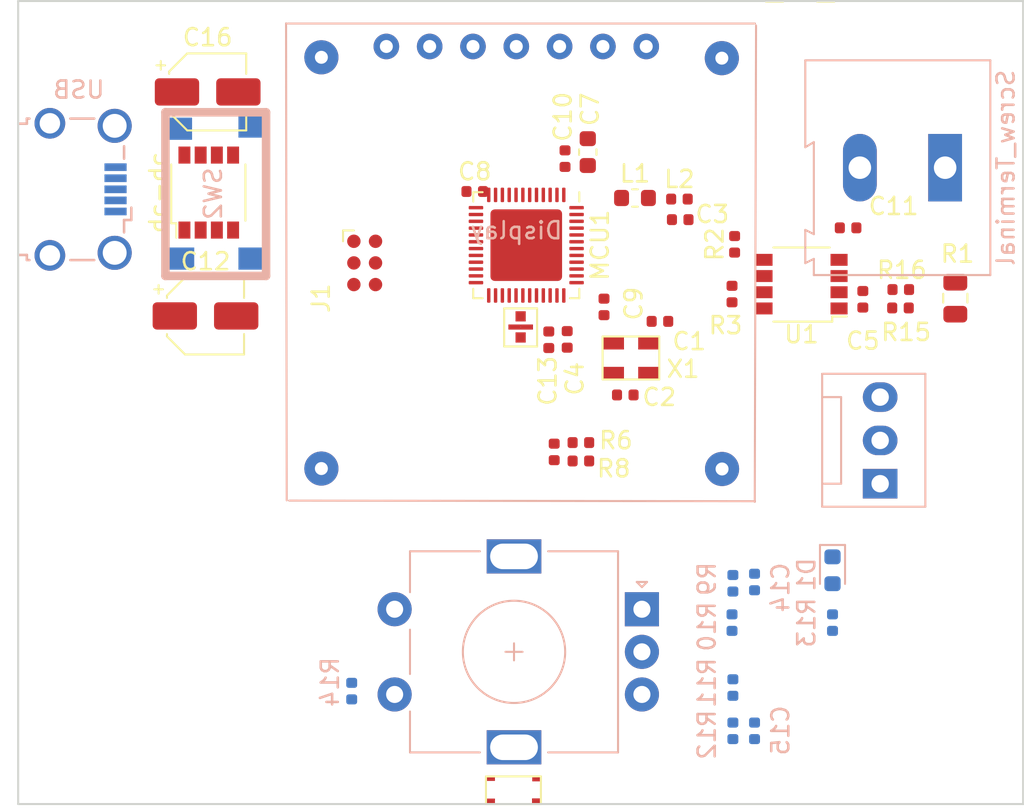
<source format=kicad_pcb>
(kicad_pcb (version 20171130) (host pcbnew "(5.1.2)-2")

  (general
    (thickness 1.6)
    (drawings 6)
    (tracks 0)
    (zones 0)
    (modules 45)
    (nets 59)
  )

  (page A4)
  (layers
    (0 F.Cu signal)
    (31 B.Cu signal)
    (32 B.Adhes user)
    (33 F.Adhes user)
    (34 B.Paste user)
    (35 F.Paste user)
    (36 B.SilkS user)
    (37 F.SilkS user)
    (38 B.Mask user)
    (39 F.Mask user)
    (40 Dwgs.User user)
    (41 Cmts.User user)
    (42 Eco1.User user)
    (43 Eco2.User user)
    (44 Edge.Cuts user)
    (45 Margin user)
    (46 B.CrtYd user)
    (47 F.CrtYd user)
    (48 B.Fab user hide)
    (49 F.Fab user hide)
  )

  (setup
    (last_trace_width 0.2)
    (trace_clearance 0.1)
    (zone_clearance 0.508)
    (zone_45_only no)
    (trace_min 0.2)
    (via_size 0.5)
    (via_drill 0.3)
    (via_min_size 0.4)
    (via_min_drill 0.3)
    (uvia_size 0.3)
    (uvia_drill 0.1)
    (uvias_allowed no)
    (uvia_min_size 0.2)
    (uvia_min_drill 0.1)
    (edge_width 0.05)
    (segment_width 0.2)
    (pcb_text_width 0.3)
    (pcb_text_size 1.5 1.5)
    (mod_edge_width 0.12)
    (mod_text_size 1 1)
    (mod_text_width 0.15)
    (pad_size 1.524 1.524)
    (pad_drill 0.762)
    (pad_to_mask_clearance 0.051)
    (solder_mask_min_width 0.25)
    (aux_axis_origin 0 0)
    (visible_elements 7FFF77FF)
    (pcbplotparams
      (layerselection 0x010fc_ffffffff)
      (usegerberextensions false)
      (usegerberattributes false)
      (usegerberadvancedattributes false)
      (creategerberjobfile false)
      (excludeedgelayer true)
      (linewidth 0.100000)
      (plotframeref false)
      (viasonmask false)
      (mode 1)
      (useauxorigin false)
      (hpglpennumber 1)
      (hpglpenspeed 20)
      (hpglpendiameter 15.000000)
      (psnegative false)
      (psa4output false)
      (plotreference true)
      (plotvalue true)
      (plotinvisibletext false)
      (padsonsilk false)
      (subtractmaskfromsilk false)
      (outputformat 1)
      (mirror false)
      (drillshape 1)
      (scaleselection 1)
      (outputdirectory ""))
  )

  (net 0 "")
  (net 1 "Net-(C1-Pad2)")
  (net 2 "Net-(C2-Pad2)")
  (net 3 "Net-(C3-Pad2)")
  (net 4 "Net-(C4-Pad2)")
  (net 5 "Net-(C5-Pad1)")
  (net 6 "Net-(C5-Pad2)")
  (net 7 +3V3)
  (net 8 "Net-(C10-Pad2)")
  (net 9 "Net-(C13-Pad1)")
  (net 10 +5V)
  (net 11 SCL)
  (net 12 SDA)
  (net 13 "Net-(L1-Pad1)")
  (net 14 "Net-(L1-Pad2)")
  (net 15 "Net-(MCU1-Pad2)")
  (net 16 "Net-(MCU1-Pad3)")
  (net 17 "Net-(MCU1-Pad7)")
  (net 18 LEDMCU)
  (net 19 "Net-(MCU1-Pad9)")
  (net 20 "Net-(MCU1-Pad10)")
  (net 21 "Net-(MCU1-Pad11)")
  (net 22 "Net-(MCU1-Pad12)")
  (net 23 "Net-(MCU1-Pad14)")
  (net 24 "Net-(MCU1-Pad17)")
  (net 25 "Net-(MCU1-Pad18)")
  (net 26 "Net-(MCU1-Pad19)")
  (net 27 "Net-(MCU1-Pad20)")
  (net 28 "Net-(MCU1-Pad21)")
  (net 29 "Net-(MCU1-Pad22)")
  (net 30 "Net-(MCU1-Pad23)")
  (net 31 nRESET)
  (net 32 SWDCLK)
  (net 33 SWDIO)
  (net 34 "Net-(MCU1-Pad27)")
  (net 35 "Net-(MCU1-Pad28)")
  (net 36 "Net-(MCU1-Pad29)")
  (net 37 Ant)
  (net 38 "Net-(MCU1-Pad37)")
  (net 39 "Net-(MCU1-Pad38)")
  (net 40 "Net-(MCU1-Pad39)")
  (net 41 "Net-(MCU1-Pad40)")
  (net 42 "Net-(MCU1-Pad41)")
  (net 43 "Net-(MCU1-Pad44)")
  (net 44 "Net-(Fil1-Pad3)")
  (net 45 /RF)
  (net 46 "Net-(R10-Pad2)")
  (net 47 "Net-(R11-Pad1)")
  (net 48 "Net-(D1-Pad2)")
  (net 49 "Net-(R1-Pad2)")
  (net 50 "Net-(R1-Pad1)")
  (net 51 "Net-(dc1-Pad4)")
  (net 52 "Net-(J1-Pad6)")
  (net 53 /TX)
  (net 54 /RX)
  (net 55 RC1)
  (net 56 RC2)
  (net 57 RC3)
  (net 58 GND)

  (net_class Default "Esta é a classe de rede padrão."
    (clearance 0.1)
    (trace_width 0.2)
    (via_dia 0.5)
    (via_drill 0.3)
    (uvia_dia 0.3)
    (uvia_drill 0.1)
    (add_net /RF)
    (add_net /RX)
    (add_net /TX)
    (add_net Ant)
    (add_net GND)
    (add_net LEDMCU)
    (add_net "Net-(C1-Pad2)")
    (add_net "Net-(C10-Pad2)")
    (add_net "Net-(C13-Pad1)")
    (add_net "Net-(C2-Pad2)")
    (add_net "Net-(C3-Pad2)")
    (add_net "Net-(C4-Pad2)")
    (add_net "Net-(C5-Pad1)")
    (add_net "Net-(C5-Pad2)")
    (add_net "Net-(D1-Pad2)")
    (add_net "Net-(Fil1-Pad3)")
    (add_net "Net-(J1-Pad6)")
    (add_net "Net-(L1-Pad1)")
    (add_net "Net-(L1-Pad2)")
    (add_net "Net-(MCU1-Pad10)")
    (add_net "Net-(MCU1-Pad11)")
    (add_net "Net-(MCU1-Pad12)")
    (add_net "Net-(MCU1-Pad14)")
    (add_net "Net-(MCU1-Pad17)")
    (add_net "Net-(MCU1-Pad18)")
    (add_net "Net-(MCU1-Pad19)")
    (add_net "Net-(MCU1-Pad2)")
    (add_net "Net-(MCU1-Pad20)")
    (add_net "Net-(MCU1-Pad21)")
    (add_net "Net-(MCU1-Pad22)")
    (add_net "Net-(MCU1-Pad23)")
    (add_net "Net-(MCU1-Pad27)")
    (add_net "Net-(MCU1-Pad28)")
    (add_net "Net-(MCU1-Pad29)")
    (add_net "Net-(MCU1-Pad3)")
    (add_net "Net-(MCU1-Pad37)")
    (add_net "Net-(MCU1-Pad38)")
    (add_net "Net-(MCU1-Pad39)")
    (add_net "Net-(MCU1-Pad40)")
    (add_net "Net-(MCU1-Pad41)")
    (add_net "Net-(MCU1-Pad44)")
    (add_net "Net-(MCU1-Pad7)")
    (add_net "Net-(MCU1-Pad9)")
    (add_net "Net-(R1-Pad1)")
    (add_net "Net-(R1-Pad2)")
    (add_net "Net-(R10-Pad2)")
    (add_net "Net-(R11-Pad1)")
    (add_net "Net-(dc1-Pad4)")
    (add_net RC1)
    (add_net RC2)
    (add_net RC3)
    (add_net SCL)
    (add_net SDA)
    (add_net SWDCLK)
    (add_net SWDIO)
    (add_net nRESET)
  )

  (net_class Suply ""
    (clearance 0.1)
    (trace_width 0.4)
    (via_dia 0.8)
    (via_drill 0.5)
    (uvia_dia 0.3)
    (uvia_drill 0.1)
    (add_net +3V3)
    (add_net +5V)
  )

  (module TerminalBlock:TerminalBlock_Altech_AK300-2_P5.00mm (layer B.Cu) (tedit 59FF0306) (tstamp 5D41BDF7)
    (at 137.922 98.044 180)
    (descr "Altech AK300 terminal block, pitch 5.0mm, 45 degree angled, see http://www.mouser.com/ds/2/16/PCBMETRC-24178.pdf")
    (tags "Altech AK300 terminal block pitch 5.0mm")
    (fp_text reference Screw_Terminal (at -3.556 0 270) (layer B.SilkS)
      (effects (font (size 1 1) (thickness 0.15)) (justify mirror))
    )
    (fp_text value TerminalBlock_Altech_AK300-2_P5.00mm (at 2.78 -7.75 180) (layer B.Fab)
      (effects (font (size 1 1) (thickness 0.15)) (justify mirror))
    )
    (fp_text user %R (at 2.5 2 180) (layer B.Fab)
      (effects (font (size 1 1) (thickness 0.15)) (justify mirror))
    )
    (fp_line (start -2.65 6.3) (end -2.65 -6.3) (layer B.SilkS) (width 0.12))
    (fp_line (start -2.65 -6.3) (end 7.7 -6.3) (layer B.SilkS) (width 0.12))
    (fp_line (start 7.7 -6.3) (end 7.7 -5.35) (layer B.SilkS) (width 0.12))
    (fp_line (start 7.7 -5.35) (end 8.2 -5.6) (layer B.SilkS) (width 0.12))
    (fp_line (start 8.2 -5.6) (end 8.2 -3.7) (layer B.SilkS) (width 0.12))
    (fp_line (start 8.2 -3.7) (end 8.2 -3.65) (layer B.SilkS) (width 0.12))
    (fp_line (start 8.2 -3.65) (end 7.7 -3.9) (layer B.SilkS) (width 0.12))
    (fp_line (start 7.7 -3.9) (end 7.7 1.5) (layer B.SilkS) (width 0.12))
    (fp_line (start 7.7 1.5) (end 8.2 1.2) (layer B.SilkS) (width 0.12))
    (fp_line (start 8.2 1.2) (end 8.2 6.3) (layer B.SilkS) (width 0.12))
    (fp_line (start 8.2 6.3) (end -2.65 6.3) (layer B.SilkS) (width 0.12))
    (fp_line (start -1.26 -2.54) (end 1.28 -2.54) (layer B.Fab) (width 0.1))
    (fp_line (start 1.28 -2.54) (end 1.28 0.25) (layer B.Fab) (width 0.1))
    (fp_line (start -1.26 0.25) (end 1.28 0.25) (layer B.Fab) (width 0.1))
    (fp_line (start -1.26 -2.54) (end -1.26 0.25) (layer B.Fab) (width 0.1))
    (fp_line (start 3.74 -2.54) (end 6.28 -2.54) (layer B.Fab) (width 0.1))
    (fp_line (start 6.28 -2.54) (end 6.28 0.25) (layer B.Fab) (width 0.1))
    (fp_line (start 3.74 0.25) (end 6.28 0.25) (layer B.Fab) (width 0.1))
    (fp_line (start 3.74 -2.54) (end 3.74 0.25) (layer B.Fab) (width 0.1))
    (fp_line (start 7.61 6.22) (end 7.61 3.17) (layer B.Fab) (width 0.1))
    (fp_line (start 7.61 6.22) (end -2.58 6.22) (layer B.Fab) (width 0.1))
    (fp_line (start 7.61 6.22) (end 8.11 6.22) (layer B.Fab) (width 0.1))
    (fp_line (start 8.11 6.22) (end 8.11 1.4) (layer B.Fab) (width 0.1))
    (fp_line (start 8.11 1.4) (end 7.61 1.65) (layer B.Fab) (width 0.1))
    (fp_line (start 8.11 -5.46) (end 7.61 -5.21) (layer B.Fab) (width 0.1))
    (fp_line (start 7.61 -5.21) (end 7.61 -6.22) (layer B.Fab) (width 0.1))
    (fp_line (start 8.11 -3.81) (end 7.61 -4.06) (layer B.Fab) (width 0.1))
    (fp_line (start 7.61 -4.06) (end 7.61 -5.21) (layer B.Fab) (width 0.1))
    (fp_line (start 8.11 -3.81) (end 8.11 -5.46) (layer B.Fab) (width 0.1))
    (fp_line (start 2.98 -6.22) (end 2.98 -4.32) (layer B.Fab) (width 0.1))
    (fp_line (start 7.05 0.25) (end 7.05 -4.32) (layer B.Fab) (width 0.1))
    (fp_line (start 2.98 -6.22) (end 7.05 -6.22) (layer B.Fab) (width 0.1))
    (fp_line (start 7.05 -6.22) (end 7.61 -6.22) (layer B.Fab) (width 0.1))
    (fp_line (start 2.04 -6.22) (end 2.04 -4.32) (layer B.Fab) (width 0.1))
    (fp_line (start 2.04 -6.22) (end 2.98 -6.22) (layer B.Fab) (width 0.1))
    (fp_line (start -2.02 0.25) (end -2.02 -4.32) (layer B.Fab) (width 0.1))
    (fp_line (start -2.58 -6.22) (end -2.02 -6.22) (layer B.Fab) (width 0.1))
    (fp_line (start -2.02 -6.22) (end 2.04 -6.22) (layer B.Fab) (width 0.1))
    (fp_line (start 2.98 -4.32) (end 7.05 -4.32) (layer B.Fab) (width 0.1))
    (fp_line (start 2.98 -4.32) (end 2.98 0.25) (layer B.Fab) (width 0.1))
    (fp_line (start 7.05 -4.32) (end 7.05 -6.22) (layer B.Fab) (width 0.1))
    (fp_line (start 2.04 -4.32) (end -2.02 -4.32) (layer B.Fab) (width 0.1))
    (fp_line (start 2.04 -4.32) (end 2.04 0.25) (layer B.Fab) (width 0.1))
    (fp_line (start -2.02 -4.32) (end -2.02 -6.22) (layer B.Fab) (width 0.1))
    (fp_line (start 6.67 -3.68) (end 6.67 -0.51) (layer B.Fab) (width 0.1))
    (fp_line (start 6.67 -3.68) (end 3.36 -3.68) (layer B.Fab) (width 0.1))
    (fp_line (start 3.36 -3.68) (end 3.36 -0.51) (layer B.Fab) (width 0.1))
    (fp_line (start 1.66 -3.68) (end 1.66 -0.51) (layer B.Fab) (width 0.1))
    (fp_line (start 1.66 -3.68) (end -1.64 -3.68) (layer B.Fab) (width 0.1))
    (fp_line (start -1.64 -3.68) (end -1.64 -0.51) (layer B.Fab) (width 0.1))
    (fp_line (start -1.64 -0.51) (end -1.26 -0.51) (layer B.Fab) (width 0.1))
    (fp_line (start 1.66 -0.51) (end 1.28 -0.51) (layer B.Fab) (width 0.1))
    (fp_line (start 3.36 -0.51) (end 3.74 -0.51) (layer B.Fab) (width 0.1))
    (fp_line (start 6.67 -0.51) (end 6.28 -0.51) (layer B.Fab) (width 0.1))
    (fp_line (start -2.58 -6.22) (end -2.58 0.64) (layer B.Fab) (width 0.1))
    (fp_line (start -2.58 0.64) (end -2.58 3.17) (layer B.Fab) (width 0.1))
    (fp_line (start 7.61 1.65) (end 7.61 0.64) (layer B.Fab) (width 0.1))
    (fp_line (start 7.61 0.64) (end 7.61 -4.06) (layer B.Fab) (width 0.1))
    (fp_line (start -2.58 3.17) (end 7.61 3.17) (layer B.Fab) (width 0.1))
    (fp_line (start -2.58 3.17) (end -2.58 6.22) (layer B.Fab) (width 0.1))
    (fp_line (start 7.61 3.17) (end 7.61 1.65) (layer B.Fab) (width 0.1))
    (fp_line (start 2.98 3.43) (end 2.98 5.97) (layer B.Fab) (width 0.1))
    (fp_line (start 2.98 5.97) (end 7.05 5.97) (layer B.Fab) (width 0.1))
    (fp_line (start 7.05 5.97) (end 7.05 3.43) (layer B.Fab) (width 0.1))
    (fp_line (start 7.05 3.43) (end 2.98 3.43) (layer B.Fab) (width 0.1))
    (fp_line (start 2.04 3.43) (end 2.04 5.97) (layer B.Fab) (width 0.1))
    (fp_line (start 2.04 3.43) (end -2.02 3.43) (layer B.Fab) (width 0.1))
    (fp_line (start -2.02 3.43) (end -2.02 5.97) (layer B.Fab) (width 0.1))
    (fp_line (start 2.04 5.97) (end -2.02 5.97) (layer B.Fab) (width 0.1))
    (fp_line (start 3.39 4.45) (end 6.44 5.08) (layer B.Fab) (width 0.1))
    (fp_line (start 3.52 4.32) (end 6.56 4.95) (layer B.Fab) (width 0.1))
    (fp_line (start -1.62 4.45) (end 1.44 5.08) (layer B.Fab) (width 0.1))
    (fp_line (start -1.49 4.32) (end 1.56 4.95) (layer B.Fab) (width 0.1))
    (fp_line (start -2.02 0.25) (end -1.64 0.25) (layer B.Fab) (width 0.1))
    (fp_line (start 2.04 0.25) (end 1.66 0.25) (layer B.Fab) (width 0.1))
    (fp_line (start 1.66 0.25) (end -1.64 0.25) (layer B.Fab) (width 0.1))
    (fp_line (start -2.58 0.64) (end -1.64 0.64) (layer B.Fab) (width 0.1))
    (fp_line (start -1.64 0.64) (end 1.66 0.64) (layer B.Fab) (width 0.1))
    (fp_line (start 1.66 0.64) (end 3.36 0.64) (layer B.Fab) (width 0.1))
    (fp_line (start 7.61 0.64) (end 6.67 0.64) (layer B.Fab) (width 0.1))
    (fp_line (start 6.67 0.64) (end 3.36 0.64) (layer B.Fab) (width 0.1))
    (fp_line (start 7.05 0.25) (end 6.67 0.25) (layer B.Fab) (width 0.1))
    (fp_line (start 2.98 0.25) (end 3.36 0.25) (layer B.Fab) (width 0.1))
    (fp_line (start 3.36 0.25) (end 6.67 0.25) (layer B.Fab) (width 0.1))
    (fp_line (start -2.83 6.47) (end 8.36 6.47) (layer B.CrtYd) (width 0.05))
    (fp_line (start -2.83 6.47) (end -2.83 -6.47) (layer B.CrtYd) (width 0.05))
    (fp_line (start 8.36 -6.47) (end 8.36 6.47) (layer B.CrtYd) (width 0.05))
    (fp_line (start 8.36 -6.47) (end -2.83 -6.47) (layer B.CrtYd) (width 0.05))
    (fp_arc (start 6.03 4.59) (end 6.54 5.05) (angle -90.5) (layer B.Fab) (width 0.1))
    (fp_arc (start 5.07 6.07) (end 6.53 4.12) (angle -75.5) (layer B.Fab) (width 0.1))
    (fp_arc (start 4.99 3.71) (end 3.39 5) (angle -100) (layer B.Fab) (width 0.1))
    (fp_arc (start 3.87 4.65) (end 3.58 4.13) (angle -104.2) (layer B.Fab) (width 0.1))
    (fp_arc (start 1.03 4.59) (end 1.53 5.05) (angle -90.5) (layer B.Fab) (width 0.1))
    (fp_arc (start 0.06 6.07) (end 1.53 4.12) (angle -75.5) (layer B.Fab) (width 0.1))
    (fp_arc (start -0.01 3.71) (end -1.62 5) (angle -100) (layer B.Fab) (width 0.1))
    (fp_arc (start -1.13 4.65) (end -1.42 4.13) (angle -104.2) (layer B.Fab) (width 0.1))
    (pad 1 thru_hole rect (at 0 0 180) (size 1.98 3.96) (drill 1.32) (layers *.Cu *.Mask))
    (pad 2 thru_hole oval (at 5 0 180) (size 1.98 3.96) (drill 1.32) (layers *.Cu *.Mask))
    (model ${KISYS3DMOD}/TerminalBlock.3dshapes/TerminalBlock_Altech_AK300-2_P5.00mm.wrl
      (at (xyz 0 0 0))
      (scale (xyz 1 1 1))
      (rotate (xyz 0 0 0))
    )
  )

  (module Connector_USB:USB_Micro-B_Wuerth_629105150521_CircularHoles (layer B.Cu) (tedit 5A142044) (tstamp 5D418AB4)
    (at 87.376 99.314 90)
    (descr "USB Micro-B receptacle, http://www.mouser.com/ds/2/445/629105150521-469306.pdf")
    (tags "usb micro receptacle")
    (attr smd)
    (fp_text reference USB (at 5.842 -0.254) (layer B.SilkS)
      (effects (font (size 1 1) (thickness 0.15)) (justify mirror))
    )
    (fp_text value USB_Micro-B_Wuerth_629105150521_CircularHoles (at 0 -5.6 270) (layer B.Fab)
      (effects (font (size 1 1) (thickness 0.15)) (justify mirror))
    )
    (fp_text user "PCB Edge" (at 0 -3.75 270) (layer Dwgs.User)
      (effects (font (size 0.5 0.5) (thickness 0.08)))
    )
    (fp_text user %R (at 0 -1.05 270) (layer B.Fab)
      (effects (font (size 1 1) (thickness 0.15)) (justify mirror))
    )
    (fp_line (start 5.28 3.34) (end -5.27 3.34) (layer B.CrtYd) (width 0.05))
    (fp_line (start 5.28 -4.85) (end 5.28 3.34) (layer B.CrtYd) (width 0.05))
    (fp_line (start -5.27 -4.85) (end 5.28 -4.85) (layer B.CrtYd) (width 0.05))
    (fp_line (start -5.27 3.34) (end -5.27 -4.85) (layer B.CrtYd) (width 0.05))
    (fp_line (start 1.8 2.4) (end 2.525 2.4) (layer B.SilkS) (width 0.15))
    (fp_line (start -1.8 2.4) (end -2.525 2.4) (layer B.SilkS) (width 0.15))
    (fp_line (start -1.8 2.825) (end -1.8 2.4) (layer B.SilkS) (width 0.15))
    (fp_line (start -1.075 2.825) (end -1.8 2.825) (layer B.SilkS) (width 0.15))
    (fp_line (start 4.15 -0.75) (end 4.15 0.65) (layer B.SilkS) (width 0.15))
    (fp_line (start 4.15 -3.3) (end 4.15 -3.15) (layer B.SilkS) (width 0.15))
    (fp_line (start 3.85 -3.3) (end 4.15 -3.3) (layer B.SilkS) (width 0.15))
    (fp_line (start 3.85 -3.75) (end 3.85 -3.3) (layer B.SilkS) (width 0.15))
    (fp_line (start -3.85 -3.3) (end -3.85 -3.75) (layer B.SilkS) (width 0.15))
    (fp_line (start -4.15 -3.3) (end -3.85 -3.3) (layer B.SilkS) (width 0.15))
    (fp_line (start -4.15 -3.15) (end -4.15 -3.3) (layer B.SilkS) (width 0.15))
    (fp_line (start -4.15 0.65) (end -4.15 -0.75) (layer B.SilkS) (width 0.15))
    (fp_line (start -1.075 2.95) (end -1.075 2.725) (layer B.Fab) (width 0.15))
    (fp_line (start -1.525 2.95) (end -1.075 2.95) (layer B.Fab) (width 0.15))
    (fp_line (start -1.525 2.725) (end -1.525 2.95) (layer B.Fab) (width 0.15))
    (fp_line (start -1.3 2.55) (end -1.525 2.725) (layer B.Fab) (width 0.15))
    (fp_line (start -1.075 2.725) (end -1.3 2.55) (layer B.Fab) (width 0.15))
    (fp_line (start -2.7 -3.75) (end 2.7 -3.75) (layer B.Fab) (width 0.15))
    (fp_line (start 4 2.25) (end -4 2.25) (layer B.Fab) (width 0.15))
    (fp_line (start 4 -3.15) (end 4 2.25) (layer B.Fab) (width 0.15))
    (fp_line (start 3.7 -3.15) (end 4 -3.15) (layer B.Fab) (width 0.15))
    (fp_line (start 3.7 -4.35) (end 3.7 -3.15) (layer B.Fab) (width 0.15))
    (fp_line (start -3.7 -4.35) (end 3.7 -4.35) (layer B.Fab) (width 0.15))
    (fp_line (start -3.7 -3.15) (end -3.7 -4.35) (layer B.Fab) (width 0.15))
    (fp_line (start -4 -3.15) (end -3.7 -3.15) (layer B.Fab) (width 0.15))
    (fp_line (start -4 2.25) (end -4 -3.15) (layer B.Fab) (width 0.15))
    (pad "" np_thru_hole circle (at 2.5 0.8 90) (size 0.8 0.8) (drill 0.8) (layers *.Cu *.Mask))
    (pad "" np_thru_hole circle (at -2.5 0.8 90) (size 0.8 0.8) (drill 0.8) (layers *.Cu *.Mask))
    (pad 6 thru_hole circle (at 3.875 -1.95 90) (size 1.8 1.8) (drill 1.2) (layers *.Cu *.Mask))
    (pad 6 thru_hole circle (at -3.875 -1.95 90) (size 1.8 1.8) (drill 1.2) (layers *.Cu *.Mask))
    (pad 6 thru_hole circle (at 3.725 1.85 90) (size 2 2) (drill 1.4) (layers *.Cu *.Mask))
    (pad 6 thru_hole circle (at -3.725 1.85 90) (size 2 2) (drill 1.4) (layers *.Cu *.Mask))
    (pad 5 smd rect (at 1.3 1.9 90) (size 0.45 1.3) (layers B.Cu B.Paste B.Mask))
    (pad 4 smd rect (at 0.65 1.9 90) (size 0.45 1.3) (layers B.Cu B.Paste B.Mask))
    (pad 3 smd rect (at 0 1.9 90) (size 0.45 1.3) (layers B.Cu B.Paste B.Mask))
    (pad 2 smd rect (at -0.65 1.9 90) (size 0.45 1.3) (layers B.Cu B.Paste B.Mask))
    (pad 1 smd rect (at -1.3 1.9 90) (size 0.45 1.3) (layers B.Cu B.Paste B.Mask))
    (model ${KISYS3DMOD}/Connector_USB.3dshapes/USB_Micro-B_Wuerth_629105150521_CircularHoles.wrl
      (at (xyz 0 0 0))
      (scale (xyz 1 1 1))
      (rotate (xyz 0 0 0))
    )
  )

  (module Medidor:OLED (layer B.Cu) (tedit 5D37CA63) (tstamp 5D416B27)
    (at 112.776 103.632 180)
    (fp_text reference Display (at 0 1.905) (layer B.SilkS)
      (effects (font (size 1 1) (thickness 0.15)) (justify mirror))
    )
    (fp_text value OLED (at 0 4.445) (layer B.Fab)
      (effects (font (size 1 1) (thickness 0.15)) (justify mirror))
    )
    (fp_line (start -13.9954 14.0462) (end 13.3985 14.0462) (layer B.SilkS) (width 0.12))
    (fp_line (start -14.0589 13.9319) (end -13.9827 -14.0208) (layer B.SilkS) (width 0.12))
    (fp_line (start 13.5001 14.0589) (end 13.462 -13.9319) (layer B.SilkS) (width 0.12))
    (fp_line (start -13.9954 -13.9827) (end 13.3223 -13.9446) (layer B.SilkS) (width 0.12))
    (pad "" np_thru_hole circle (at -12.0523 12.0142 180) (size 2 2) (drill 0.762) (layers *.Cu *.Mask))
    (pad "" np_thru_hole circle (at -12.065 -12.0904 180) (size 2 2) (drill 0.762) (layers *.Cu *.Mask))
    (pad "" np_thru_hole circle (at 11.43 12.065 180) (size 2 2) (drill 0.762) (layers *.Cu *.Mask))
    (pad "" np_thru_hole circle (at 11.43 -12.065 180) (size 2 2) (drill 0.762) (layers *.Cu *.Mask))
    (pad 1 thru_hole circle (at -7.62 12.7 180) (size 1.5 1.5) (drill 0.762) (layers *.Cu *.Mask))
    (pad 2 thru_hole circle (at -5.08 12.7 180) (size 1.5 1.5) (drill 0.762) (layers *.Cu *.Mask))
    (pad 3 thru_hole circle (at -2.54 12.7 180) (size 1.5 1.5) (drill 0.762) (layers *.Cu *.Mask))
    (pad 4 thru_hole circle (at 0 12.7 180) (size 1.5 1.5) (drill 0.762) (layers *.Cu *.Mask))
    (pad 5 thru_hole circle (at 2.54 12.7 180) (size 1.5 1.5) (drill 0.762) (layers *.Cu *.Mask))
    (pad 6 thru_hole circle (at 5.08 12.7 180) (size 1.5 1.5) (drill 0.762) (layers *.Cu *.Mask))
    (pad 7 thru_hole circle (at 7.62 12.7 180) (size 1.5 1.5) (drill 0.762) (layers *.Cu *.Mask))
  )

  (module Capacitor_SMD:C_0402_1005Metric (layer F.Cu) (tedit 5B301BBE) (tstamp 5D422C94)
    (at 115.7605 108.1175 90)
    (descr "Capacitor SMD 0402 (1005 Metric), square (rectangular) end terminal, IPC_7351 nominal, (Body size source: http://www.tortai-tech.com/upload/download/2011102023233369053.pdf), generated with kicad-footprint-generator")
    (tags capacitor)
    (path /5D31622B)
    (attr smd)
    (fp_text reference C4 (at -2.309 0.4445 90) (layer F.SilkS)
      (effects (font (size 1 1) (thickness 0.15)))
    )
    (fp_text value 100pF (at 0 1.17 90) (layer F.Fab)
      (effects (font (size 1 1) (thickness 0.15)))
    )
    (fp_text user %R (at 0 0 90) (layer F.Fab)
      (effects (font (size 0.25 0.25) (thickness 0.04)))
    )
    (fp_line (start 0.93 0.47) (end -0.93 0.47) (layer F.CrtYd) (width 0.05))
    (fp_line (start 0.93 -0.47) (end 0.93 0.47) (layer F.CrtYd) (width 0.05))
    (fp_line (start -0.93 -0.47) (end 0.93 -0.47) (layer F.CrtYd) (width 0.05))
    (fp_line (start -0.93 0.47) (end -0.93 -0.47) (layer F.CrtYd) (width 0.05))
    (fp_line (start 0.5 0.25) (end -0.5 0.25) (layer F.Fab) (width 0.1))
    (fp_line (start 0.5 -0.25) (end 0.5 0.25) (layer F.Fab) (width 0.1))
    (fp_line (start -0.5 -0.25) (end 0.5 -0.25) (layer F.Fab) (width 0.1))
    (fp_line (start -0.5 0.25) (end -0.5 -0.25) (layer F.Fab) (width 0.1))
    (pad 2 smd roundrect (at 0.485 0 90) (size 0.59 0.64) (layers F.Cu F.Paste F.Mask) (roundrect_rratio 0.25)
      (net 4 "Net-(C4-Pad2)"))
    (pad 1 smd roundrect (at -0.485 0 90) (size 0.59 0.64) (layers F.Cu F.Paste F.Mask) (roundrect_rratio 0.25)
      (net 58 GND))
    (model ${KISYS3DMOD}/Capacitor_SMD.3dshapes/C_0402_1005Metric.wrl
      (at (xyz 0 0 0))
      (scale (xyz 1 1 1))
      (rotate (xyz 0 0 0))
    )
  )

  (module Connector:Tag-Connect_TC2030-IDC-NL_2x03_P1.27mm_Vertical (layer F.Cu) (tedit 5A29CEA9) (tstamp 5D3A107E)
    (at 103.886 103.632 270)
    (descr "Tag-Connect programming header; http://www.tag-connect.com/Materials/TC2030-IDC-NL.pdf")
    (tags "tag connect programming header pogo pins")
    (path /5D5D6849)
    (attr virtual)
    (fp_text reference J1 (at 2.0701 2.5654 90) (layer F.SilkS)
      (effects (font (size 1 1) (thickness 0.15)))
    )
    (fp_text value TC2030-CTX-TAG_CONECT (at 0 -2.3 90) (layer F.Fab)
      (effects (font (size 1 1) (thickness 0.15)))
    )
    (fp_line (start -1.905 1.27) (end -1.905 0.635) (layer F.SilkS) (width 0.12))
    (fp_line (start -1.27 1.27) (end -1.905 1.27) (layer F.SilkS) (width 0.12))
    (fp_line (start -3.5 2) (end -3.5 -2) (layer F.CrtYd) (width 0.05))
    (fp_line (start 3.5 2) (end -3.5 2) (layer F.CrtYd) (width 0.05))
    (fp_line (start 3.5 -2) (end 3.5 2) (layer F.CrtYd) (width 0.05))
    (fp_line (start -3.5 -2) (end 3.5 -2) (layer F.CrtYd) (width 0.05))
    (fp_text user %R (at 0 0) (layer F.Fab)
      (effects (font (size 1 1) (thickness 0.15)))
    )
    (fp_line (start -1.27 0.635) (end -1.27 -0.635) (layer Dwgs.User) (width 0.1))
    (fp_line (start 1.27 0.635) (end -1.27 0.635) (layer Dwgs.User) (width 0.1))
    (fp_line (start 1.27 -0.635) (end 1.27 0.635) (layer Dwgs.User) (width 0.1))
    (fp_line (start -1.27 -0.635) (end 1.27 -0.635) (layer Dwgs.User) (width 0.1))
    (fp_line (start -1.27 0.635) (end 0 -0.635) (layer Dwgs.User) (width 0.1))
    (fp_line (start -1.27 0) (end -0.635 -0.635) (layer Dwgs.User) (width 0.1))
    (fp_line (start -0.635 0.635) (end 0.635 -0.635) (layer Dwgs.User) (width 0.1))
    (fp_line (start 0 0.635) (end 1.27 -0.635) (layer Dwgs.User) (width 0.1))
    (fp_line (start 0.635 0.635) (end 1.27 0) (layer Dwgs.User) (width 0.1))
    (fp_text user KEEPOUT (at -0.2032 1.3843 90) (layer Cmts.User)
      (effects (font (size 0.4 0.4) (thickness 0.07)))
    )
    (pad "" np_thru_hole circle (at 2.54 -1.016 270) (size 0.9906 0.9906) (drill 0.9906) (layers *.Cu *.Mask))
    (pad "" np_thru_hole circle (at 2.54 1.016 270) (size 0.9906 0.9906) (drill 0.9906) (layers *.Cu *.Mask))
    (pad "" np_thru_hole circle (at -2.54 0 270) (size 0.9906 0.9906) (drill 0.9906) (layers *.Cu *.Mask))
    (pad 1 connect circle (at -1.27 0.635 270) (size 0.7874 0.7874) (layers F.Cu F.Mask)
      (net 7 +3V3))
    (pad 2 connect circle (at -1.27 -0.635 270) (size 0.7874 0.7874) (layers F.Cu F.Mask)
      (net 33 SWDIO))
    (pad 3 connect circle (at 0 0.635 270) (size 0.7874 0.7874) (layers F.Cu F.Mask)
      (net 31 nRESET))
    (pad 4 connect circle (at 0 -0.635 270) (size 0.7874 0.7874) (layers F.Cu F.Mask)
      (net 32 SWDCLK))
    (pad 5 connect circle (at 1.27 0.635 270) (size 0.7874 0.7874) (layers F.Cu F.Mask)
      (net 58 GND))
    (pad 6 connect circle (at 1.27 -0.635 270) (size 0.7874 0.7874) (layers F.Cu F.Mask)
      (net 52 "Net-(J1-Pad6)"))
  )

  (module Capacitor_SMD:C_0402_1005Metric (layer F.Cu) (tedit 5B301BBE) (tstamp 5D422DC6)
    (at 121.1985 107.061 180)
    (descr "Capacitor SMD 0402 (1005 Metric), square (rectangular) end terminal, IPC_7351 nominal, (Body size source: http://www.tortai-tech.com/upload/download/2011102023233369053.pdf), generated with kicad-footprint-generator")
    (tags capacitor)
    (path /5D2F88B1)
    (attr smd)
    (fp_text reference C1 (at -1.7145 -1.17) (layer F.SilkS)
      (effects (font (size 1 1) (thickness 0.15)))
    )
    (fp_text value 12pF (at 0 1.17) (layer F.Fab)
      (effects (font (size 1 1) (thickness 0.15)))
    )
    (fp_line (start -0.5 0.25) (end -0.5 -0.25) (layer F.Fab) (width 0.1))
    (fp_line (start -0.5 -0.25) (end 0.5 -0.25) (layer F.Fab) (width 0.1))
    (fp_line (start 0.5 -0.25) (end 0.5 0.25) (layer F.Fab) (width 0.1))
    (fp_line (start 0.5 0.25) (end -0.5 0.25) (layer F.Fab) (width 0.1))
    (fp_line (start -0.93 0.47) (end -0.93 -0.47) (layer F.CrtYd) (width 0.05))
    (fp_line (start -0.93 -0.47) (end 0.93 -0.47) (layer F.CrtYd) (width 0.05))
    (fp_line (start 0.93 -0.47) (end 0.93 0.47) (layer F.CrtYd) (width 0.05))
    (fp_line (start 0.93 0.47) (end -0.93 0.47) (layer F.CrtYd) (width 0.05))
    (fp_text user %R (at 0 0) (layer F.Fab)
      (effects (font (size 0.25 0.25) (thickness 0.04)))
    )
    (pad 1 smd roundrect (at -0.485 0 180) (size 0.59 0.64) (layers F.Cu F.Paste F.Mask) (roundrect_rratio 0.25)
      (net 58 GND))
    (pad 2 smd roundrect (at 0.485 0 180) (size 0.59 0.64) (layers F.Cu F.Paste F.Mask) (roundrect_rratio 0.25)
      (net 1 "Net-(C1-Pad2)"))
    (model ${KISYS3DMOD}/Capacitor_SMD.3dshapes/C_0402_1005Metric.wrl
      (at (xyz 0 0 0))
      (scale (xyz 1 1 1))
      (rotate (xyz 0 0 0))
    )
  )

  (module Capacitor_SMD:C_0402_1005Metric (layer F.Cu) (tedit 5B301BBE) (tstamp 5D422C6A)
    (at 119.1665 111.379 180)
    (descr "Capacitor SMD 0402 (1005 Metric), square (rectangular) end terminal, IPC_7351 nominal, (Body size source: http://www.tortai-tech.com/upload/download/2011102023233369053.pdf), generated with kicad-footprint-generator")
    (tags capacitor)
    (path /5D2FE209)
    (attr smd)
    (fp_text reference C2 (at -1.9915 -0.127) (layer F.SilkS)
      (effects (font (size 1 1) (thickness 0.15)))
    )
    (fp_text value 12pF (at 0 1.17) (layer F.Fab)
      (effects (font (size 1 1) (thickness 0.15)))
    )
    (fp_line (start -0.5 0.25) (end -0.5 -0.25) (layer F.Fab) (width 0.1))
    (fp_line (start -0.5 -0.25) (end 0.5 -0.25) (layer F.Fab) (width 0.1))
    (fp_line (start 0.5 -0.25) (end 0.5 0.25) (layer F.Fab) (width 0.1))
    (fp_line (start 0.5 0.25) (end -0.5 0.25) (layer F.Fab) (width 0.1))
    (fp_line (start -0.93 0.47) (end -0.93 -0.47) (layer F.CrtYd) (width 0.05))
    (fp_line (start -0.93 -0.47) (end 0.93 -0.47) (layer F.CrtYd) (width 0.05))
    (fp_line (start 0.93 -0.47) (end 0.93 0.47) (layer F.CrtYd) (width 0.05))
    (fp_line (start 0.93 0.47) (end -0.93 0.47) (layer F.CrtYd) (width 0.05))
    (fp_text user %R (at 0 0) (layer F.Fab)
      (effects (font (size 0.25 0.25) (thickness 0.04)))
    )
    (pad 1 smd roundrect (at -0.485 0 180) (size 0.59 0.64) (layers F.Cu F.Paste F.Mask) (roundrect_rratio 0.25)
      (net 58 GND))
    (pad 2 smd roundrect (at 0.485 0 180) (size 0.59 0.64) (layers F.Cu F.Paste F.Mask) (roundrect_rratio 0.25)
      (net 2 "Net-(C2-Pad2)"))
    (model ${KISYS3DMOD}/Capacitor_SMD.3dshapes/C_0402_1005Metric.wrl
      (at (xyz 0 0 0))
      (scale (xyz 1 1 1))
      (rotate (xyz 0 0 0))
    )
  )

  (module Capacitor_SMD:C_0402_1005Metric (layer F.Cu) (tedit 5B301BBE) (tstamp 5D422D9C)
    (at 122.3875 101.092)
    (descr "Capacitor SMD 0402 (1005 Metric), square (rectangular) end terminal, IPC_7351 nominal, (Body size source: http://www.tortai-tech.com/upload/download/2011102023233369053.pdf), generated with kicad-footprint-generator")
    (tags capacitor)
    (path /5D30FDAC)
    (attr smd)
    (fp_text reference C3 (at 1.882 -0.3175) (layer F.SilkS)
      (effects (font (size 1 1) (thickness 0.15)))
    )
    (fp_text value 1uF (at 0 1.17) (layer F.Fab)
      (effects (font (size 1 1) (thickness 0.15)))
    )
    (fp_text user %R (at 0 0) (layer F.Fab)
      (effects (font (size 0.25 0.25) (thickness 0.04)))
    )
    (fp_line (start 0.93 0.47) (end -0.93 0.47) (layer F.CrtYd) (width 0.05))
    (fp_line (start 0.93 -0.47) (end 0.93 0.47) (layer F.CrtYd) (width 0.05))
    (fp_line (start -0.93 -0.47) (end 0.93 -0.47) (layer F.CrtYd) (width 0.05))
    (fp_line (start -0.93 0.47) (end -0.93 -0.47) (layer F.CrtYd) (width 0.05))
    (fp_line (start 0.5 0.25) (end -0.5 0.25) (layer F.Fab) (width 0.1))
    (fp_line (start 0.5 -0.25) (end 0.5 0.25) (layer F.Fab) (width 0.1))
    (fp_line (start -0.5 -0.25) (end 0.5 -0.25) (layer F.Fab) (width 0.1))
    (fp_line (start -0.5 0.25) (end -0.5 -0.25) (layer F.Fab) (width 0.1))
    (pad 2 smd roundrect (at 0.485 0) (size 0.59 0.64) (layers F.Cu F.Paste F.Mask) (roundrect_rratio 0.25)
      (net 3 "Net-(C3-Pad2)"))
    (pad 1 smd roundrect (at -0.485 0) (size 0.59 0.64) (layers F.Cu F.Paste F.Mask) (roundrect_rratio 0.25)
      (net 58 GND))
    (model ${KISYS3DMOD}/Capacitor_SMD.3dshapes/C_0402_1005Metric.wrl
      (at (xyz 0 0 0))
      (scale (xyz 1 1 1))
      (rotate (xyz 0 0 0))
    )
  )

  (module Capacitor_SMD:C_0402_1005Metric (layer F.Cu) (tedit 5B301BBE) (tstamp 5D422C40)
    (at 133.096 105.7656 270)
    (descr "Capacitor SMD 0402 (1005 Metric), square (rectangular) end terminal, IPC_7351 nominal, (Body size source: http://www.tortai-tech.com/upload/download/2011102023233369053.pdf), generated with kicad-footprint-generator")
    (tags capacitor)
    (path /5D4FA4B9)
    (attr smd)
    (fp_text reference C5 (at 2.4384 0 180) (layer F.SilkS)
      (effects (font (size 1 1) (thickness 0.15)))
    )
    (fp_text value 0.1uF (at 0 1.17 90) (layer F.Fab)
      (effects (font (size 1 1) (thickness 0.15)))
    )
    (fp_text user %R (at 0.232999 0.181999 90) (layer F.Fab)
      (effects (font (size 0.25 0.25) (thickness 0.04)))
    )
    (fp_line (start 0.93 0.47) (end -0.93 0.47) (layer F.CrtYd) (width 0.05))
    (fp_line (start 0.93 -0.47) (end 0.93 0.47) (layer F.CrtYd) (width 0.05))
    (fp_line (start -0.93 -0.47) (end 0.93 -0.47) (layer F.CrtYd) (width 0.05))
    (fp_line (start -0.93 0.47) (end -0.93 -0.47) (layer F.CrtYd) (width 0.05))
    (fp_line (start 0.5 0.25) (end -0.5 0.25) (layer F.Fab) (width 0.1))
    (fp_line (start 0.5 -0.25) (end 0.5 0.25) (layer F.Fab) (width 0.1))
    (fp_line (start -0.5 -0.25) (end 0.5 -0.25) (layer F.Fab) (width 0.1))
    (fp_line (start -0.5 0.25) (end -0.5 -0.25) (layer F.Fab) (width 0.1))
    (pad 2 smd roundrect (at 0.485 0 270) (size 0.59 0.64) (layers F.Cu F.Paste F.Mask) (roundrect_rratio 0.25)
      (net 6 "Net-(C5-Pad2)"))
    (pad 1 smd roundrect (at -0.485 0 270) (size 0.59 0.64) (layers F.Cu F.Paste F.Mask) (roundrect_rratio 0.25)
      (net 5 "Net-(C5-Pad1)"))
    (model ${KISYS3DMOD}/Capacitor_SMD.3dshapes/C_0402_1005Metric.wrl
      (at (xyz 0 0 0))
      (scale (xyz 1 1 1))
      (rotate (xyz 0 0 0))
    )
  )

  (module Capacitor_SMD:C_0603_1608Metric (layer F.Cu) (tedit 5B301BBE) (tstamp 5D422D6E)
    (at 116.967 97.1295 270)
    (descr "Capacitor SMD 0603 (1608 Metric), square (rectangular) end terminal, IPC_7351 nominal, (Body size source: http://www.tortai-tech.com/upload/download/2011102023233369053.pdf), generated with kicad-footprint-generator")
    (tags capacitor)
    (path /5D3315BE)
    (attr smd)
    (fp_text reference C7 (at -2.5145 -0.127 90) (layer F.SilkS)
      (effects (font (size 1 1) (thickness 0.15)))
    )
    (fp_text value 4.7uF (at 0 1.43 90) (layer F.Fab)
      (effects (font (size 1 1) (thickness 0.15)))
    )
    (fp_text user %R (at 0 0 90) (layer F.Fab)
      (effects (font (size 0.4 0.4) (thickness 0.06)))
    )
    (fp_line (start 1.48 0.73) (end -1.48 0.73) (layer F.CrtYd) (width 0.05))
    (fp_line (start 1.48 -0.73) (end 1.48 0.73) (layer F.CrtYd) (width 0.05))
    (fp_line (start -1.48 -0.73) (end 1.48 -0.73) (layer F.CrtYd) (width 0.05))
    (fp_line (start -1.48 0.73) (end -1.48 -0.73) (layer F.CrtYd) (width 0.05))
    (fp_line (start -0.162779 0.51) (end 0.162779 0.51) (layer F.SilkS) (width 0.12))
    (fp_line (start -0.162779 -0.51) (end 0.162779 -0.51) (layer F.SilkS) (width 0.12))
    (fp_line (start 0.8 0.4) (end -0.8 0.4) (layer F.Fab) (width 0.1))
    (fp_line (start 0.8 -0.4) (end 0.8 0.4) (layer F.Fab) (width 0.1))
    (fp_line (start -0.8 -0.4) (end 0.8 -0.4) (layer F.Fab) (width 0.1))
    (fp_line (start -0.8 0.4) (end -0.8 -0.4) (layer F.Fab) (width 0.1))
    (pad 2 smd roundrect (at 0.7875 0 270) (size 0.875 0.95) (layers F.Cu F.Paste F.Mask) (roundrect_rratio 0.25)
      (net 7 +3V3))
    (pad 1 smd roundrect (at -0.7875 0 270) (size 0.875 0.95) (layers F.Cu F.Paste F.Mask) (roundrect_rratio 0.25)
      (net 58 GND))
    (model ${KISYS3DMOD}/Capacitor_SMD.3dshapes/C_0603_1608Metric.wrl
      (at (xyz 0 0 0))
      (scale (xyz 1 1 1))
      (rotate (xyz 0 0 0))
    )
  )

  (module Capacitor_SMD:C_0402_1005Metric (layer F.Cu) (tedit 5B301BBE) (tstamp 5D422DF0)
    (at 110.34 99.441)
    (descr "Capacitor SMD 0402 (1005 Metric), square (rectangular) end terminal, IPC_7351 nominal, (Body size source: http://www.tortai-tech.com/upload/download/2011102023233369053.pdf), generated with kicad-footprint-generator")
    (tags capacitor)
    (path /5D34005C)
    (attr smd)
    (fp_text reference C8 (at 0 -1.17) (layer F.SilkS)
      (effects (font (size 1 1) (thickness 0.15)))
    )
    (fp_text value 100nF (at 0 1.17) (layer F.Fab)
      (effects (font (size 1 1) (thickness 0.15)))
    )
    (fp_line (start -0.5 0.25) (end -0.5 -0.25) (layer F.Fab) (width 0.1))
    (fp_line (start -0.5 -0.25) (end 0.5 -0.25) (layer F.Fab) (width 0.1))
    (fp_line (start 0.5 -0.25) (end 0.5 0.25) (layer F.Fab) (width 0.1))
    (fp_line (start 0.5 0.25) (end -0.5 0.25) (layer F.Fab) (width 0.1))
    (fp_line (start -0.93 0.47) (end -0.93 -0.47) (layer F.CrtYd) (width 0.05))
    (fp_line (start -0.93 -0.47) (end 0.93 -0.47) (layer F.CrtYd) (width 0.05))
    (fp_line (start 0.93 -0.47) (end 0.93 0.47) (layer F.CrtYd) (width 0.05))
    (fp_line (start 0.93 0.47) (end -0.93 0.47) (layer F.CrtYd) (width 0.05))
    (fp_text user %R (at 0 0) (layer F.Fab)
      (effects (font (size 0.25 0.25) (thickness 0.04)))
    )
    (pad 1 smd roundrect (at -0.485 0) (size 0.59 0.64) (layers F.Cu F.Paste F.Mask) (roundrect_rratio 0.25)
      (net 58 GND))
    (pad 2 smd roundrect (at 0.485 0) (size 0.59 0.64) (layers F.Cu F.Paste F.Mask) (roundrect_rratio 0.25)
      (net 7 +3V3))
    (model ${KISYS3DMOD}/Capacitor_SMD.3dshapes/C_0402_1005Metric.wrl
      (at (xyz 0 0 0))
      (scale (xyz 1 1 1))
      (rotate (xyz 0 0 0))
    )
  )

  (module Capacitor_SMD:C_0402_1005Metric (layer F.Cu) (tedit 5B301BBE) (tstamp 5D422D42)
    (at 117.9195 106.2125 90)
    (descr "Capacitor SMD 0402 (1005 Metric), square (rectangular) end terminal, IPC_7351 nominal, (Body size source: http://www.tortai-tech.com/upload/download/2011102023233369053.pdf), generated with kicad-footprint-generator")
    (tags capacitor)
    (path /5D36C5EB)
    (attr smd)
    (fp_text reference C9 (at 0.1905 1.7375 90) (layer F.SilkS)
      (effects (font (size 1 1) (thickness 0.15)))
    )
    (fp_text value 100nF (at 0 1.17 90) (layer F.Fab)
      (effects (font (size 1 1) (thickness 0.15)))
    )
    (fp_text user %R (at 0 0 90) (layer F.Fab)
      (effects (font (size 0.25 0.25) (thickness 0.04)))
    )
    (fp_line (start 0.93 0.47) (end -0.93 0.47) (layer F.CrtYd) (width 0.05))
    (fp_line (start 0.93 -0.47) (end 0.93 0.47) (layer F.CrtYd) (width 0.05))
    (fp_line (start -0.93 -0.47) (end 0.93 -0.47) (layer F.CrtYd) (width 0.05))
    (fp_line (start -0.93 0.47) (end -0.93 -0.47) (layer F.CrtYd) (width 0.05))
    (fp_line (start 0.5 0.25) (end -0.5 0.25) (layer F.Fab) (width 0.1))
    (fp_line (start 0.5 -0.25) (end 0.5 0.25) (layer F.Fab) (width 0.1))
    (fp_line (start -0.5 -0.25) (end 0.5 -0.25) (layer F.Fab) (width 0.1))
    (fp_line (start -0.5 0.25) (end -0.5 -0.25) (layer F.Fab) (width 0.1))
    (pad 2 smd roundrect (at 0.485 0 90) (size 0.59 0.64) (layers F.Cu F.Paste F.Mask) (roundrect_rratio 0.25)
      (net 7 +3V3))
    (pad 1 smd roundrect (at -0.485 0 90) (size 0.59 0.64) (layers F.Cu F.Paste F.Mask) (roundrect_rratio 0.25)
      (net 58 GND))
    (model ${KISYS3DMOD}/Capacitor_SMD.3dshapes/C_0402_1005Metric.wrl
      (at (xyz 0 0 0))
      (scale (xyz 1 1 1))
      (rotate (xyz 0 0 0))
    )
  )

  (module Capacitor_SMD:C_0402_1005Metric (layer F.Cu) (tedit 5B301BBE) (tstamp 5D422C16)
    (at 115.6335 97.513 270)
    (descr "Capacitor SMD 0402 (1005 Metric), square (rectangular) end terminal, IPC_7351 nominal, (Body size source: http://www.tortai-tech.com/upload/download/2011102023233369053.pdf), generated with kicad-footprint-generator")
    (tags capacitor)
    (path /5D36F7CA)
    (attr smd)
    (fp_text reference C10 (at -2.4535 0.127 90) (layer F.SilkS)
      (effects (font (size 1 1) (thickness 0.15)))
    )
    (fp_text value 100nF (at 0 1.17 90) (layer F.Fab)
      (effects (font (size 1 1) (thickness 0.15)))
    )
    (fp_line (start -0.5 0.25) (end -0.5 -0.25) (layer F.Fab) (width 0.1))
    (fp_line (start -0.5 -0.25) (end 0.5 -0.25) (layer F.Fab) (width 0.1))
    (fp_line (start 0.5 -0.25) (end 0.5 0.25) (layer F.Fab) (width 0.1))
    (fp_line (start 0.5 0.25) (end -0.5 0.25) (layer F.Fab) (width 0.1))
    (fp_line (start -0.93 0.47) (end -0.93 -0.47) (layer F.CrtYd) (width 0.05))
    (fp_line (start -0.93 -0.47) (end 0.93 -0.47) (layer F.CrtYd) (width 0.05))
    (fp_line (start 0.93 -0.47) (end 0.93 0.47) (layer F.CrtYd) (width 0.05))
    (fp_line (start 0.93 0.47) (end -0.93 0.47) (layer F.CrtYd) (width 0.05))
    (fp_text user %R (at 0 0 90) (layer F.Fab)
      (effects (font (size 0.25 0.25) (thickness 0.04)))
    )
    (pad 1 smd roundrect (at -0.485 0 270) (size 0.59 0.64) (layers F.Cu F.Paste F.Mask) (roundrect_rratio 0.25)
      (net 58 GND))
    (pad 2 smd roundrect (at 0.485 0 270) (size 0.59 0.64) (layers F.Cu F.Paste F.Mask) (roundrect_rratio 0.25)
      (net 8 "Net-(C10-Pad2)"))
    (model ${KISYS3DMOD}/Capacitor_SMD.3dshapes/C_0402_1005Metric.wrl
      (at (xyz 0 0 0))
      (scale (xyz 1 1 1))
      (rotate (xyz 0 0 0))
    )
  )

  (module Capacitor_SMD:C_0402_1005Metric (layer F.Cu) (tedit 5B301BBE) (tstamp 5D422D18)
    (at 132.2324 101.5746 180)
    (descr "Capacitor SMD 0402 (1005 Metric), square (rectangular) end terminal, IPC_7351 nominal, (Body size source: http://www.tortai-tech.com/upload/download/2011102023233369053.pdf), generated with kicad-footprint-generator")
    (tags capacitor)
    (path /5D3B8EBB)
    (attr smd)
    (fp_text reference C11 (at -2.667 1.27) (layer F.SilkS)
      (effects (font (size 1 1) (thickness 0.15)))
    )
    (fp_text value 0.1uF (at 0 1.17) (layer F.Fab)
      (effects (font (size 1 1) (thickness 0.15)))
    )
    (fp_line (start -0.5 0.25) (end -0.5 -0.25) (layer F.Fab) (width 0.1))
    (fp_line (start -0.5 -0.25) (end 0.5 -0.25) (layer F.Fab) (width 0.1))
    (fp_line (start 0.5 -0.25) (end 0.5 0.25) (layer F.Fab) (width 0.1))
    (fp_line (start 0.5 0.25) (end -0.5 0.25) (layer F.Fab) (width 0.1))
    (fp_line (start -0.93 0.47) (end -0.93 -0.47) (layer F.CrtYd) (width 0.05))
    (fp_line (start -0.93 -0.47) (end 0.93 -0.47) (layer F.CrtYd) (width 0.05))
    (fp_line (start 0.93 -0.47) (end 0.93 0.47) (layer F.CrtYd) (width 0.05))
    (fp_line (start 0.93 0.47) (end -0.93 0.47) (layer F.CrtYd) (width 0.05))
    (fp_text user %R (at 0 0) (layer F.Fab)
      (effects (font (size 0.25 0.25) (thickness 0.04)))
    )
    (pad 1 smd roundrect (at -0.485 0 180) (size 0.59 0.64) (layers F.Cu F.Paste F.Mask) (roundrect_rratio 0.25)
      (net 58 GND))
    (pad 2 smd roundrect (at 0.485 0 180) (size 0.59 0.64) (layers F.Cu F.Paste F.Mask) (roundrect_rratio 0.25)
      (net 7 +3V3))
    (model ${KISYS3DMOD}/Capacitor_SMD.3dshapes/C_0402_1005Metric.wrl
      (at (xyz 0 0 0))
      (scale (xyz 1 1 1))
      (rotate (xyz 0 0 0))
    )
  )

  (module Capacitor_SMD:CP_Elec_4x3 (layer F.Cu) (tedit 5BCA39CF) (tstamp 5D3840C5)
    (at 94.5515 106.7435)
    (descr "SMD capacitor, aluminum electrolytic, Nichicon, 4.0x3mm")
    (tags "capacitor electrolytic")
    (path /5D5B99C1)
    (attr smd)
    (fp_text reference C12 (at 0 -3.2) (layer F.SilkS)
      (effects (font (size 1 1) (thickness 0.15)))
    )
    (fp_text value 0.1uF (at 0 3.2) (layer F.Fab)
      (effects (font (size 1 1) (thickness 0.15)))
    )
    (fp_circle (center 0 0) (end 2 0) (layer F.Fab) (width 0.1))
    (fp_line (start 2.15 -2.15) (end 2.15 2.15) (layer F.Fab) (width 0.1))
    (fp_line (start -1.15 -2.15) (end 2.15 -2.15) (layer F.Fab) (width 0.1))
    (fp_line (start -1.15 2.15) (end 2.15 2.15) (layer F.Fab) (width 0.1))
    (fp_line (start -2.15 -1.15) (end -2.15 1.15) (layer F.Fab) (width 0.1))
    (fp_line (start -2.15 -1.15) (end -1.15 -2.15) (layer F.Fab) (width 0.1))
    (fp_line (start -2.15 1.15) (end -1.15 2.15) (layer F.Fab) (width 0.1))
    (fp_line (start -1.574773 -1) (end -1.174773 -1) (layer F.Fab) (width 0.1))
    (fp_line (start -1.374773 -1.2) (end -1.374773 -0.8) (layer F.Fab) (width 0.1))
    (fp_line (start 2.26 2.26) (end 2.26 1.06) (layer F.SilkS) (width 0.12))
    (fp_line (start 2.26 -2.26) (end 2.26 -1.06) (layer F.SilkS) (width 0.12))
    (fp_line (start -1.195563 -2.26) (end 2.26 -2.26) (layer F.SilkS) (width 0.12))
    (fp_line (start -1.195563 2.26) (end 2.26 2.26) (layer F.SilkS) (width 0.12))
    (fp_line (start -2.26 1.195563) (end -2.26 1.06) (layer F.SilkS) (width 0.12))
    (fp_line (start -2.26 -1.195563) (end -2.26 -1.06) (layer F.SilkS) (width 0.12))
    (fp_line (start -2.26 -1.195563) (end -1.195563 -2.26) (layer F.SilkS) (width 0.12))
    (fp_line (start -2.26 1.195563) (end -1.195563 2.26) (layer F.SilkS) (width 0.12))
    (fp_line (start -3 -1.56) (end -2.5 -1.56) (layer F.SilkS) (width 0.12))
    (fp_line (start -2.75 -1.81) (end -2.75 -1.31) (layer F.SilkS) (width 0.12))
    (fp_line (start 2.4 -2.4) (end 2.4 -1.05) (layer F.CrtYd) (width 0.05))
    (fp_line (start 2.4 -1.05) (end 3.35 -1.05) (layer F.CrtYd) (width 0.05))
    (fp_line (start 3.35 -1.05) (end 3.35 1.05) (layer F.CrtYd) (width 0.05))
    (fp_line (start 3.35 1.05) (end 2.4 1.05) (layer F.CrtYd) (width 0.05))
    (fp_line (start 2.4 1.05) (end 2.4 2.4) (layer F.CrtYd) (width 0.05))
    (fp_line (start -1.25 2.4) (end 2.4 2.4) (layer F.CrtYd) (width 0.05))
    (fp_line (start -1.25 -2.4) (end 2.4 -2.4) (layer F.CrtYd) (width 0.05))
    (fp_line (start -2.4 1.25) (end -1.25 2.4) (layer F.CrtYd) (width 0.05))
    (fp_line (start -2.4 -1.25) (end -1.25 -2.4) (layer F.CrtYd) (width 0.05))
    (fp_line (start -2.4 -1.25) (end -2.4 -1.05) (layer F.CrtYd) (width 0.05))
    (fp_line (start -2.4 1.05) (end -2.4 1.25) (layer F.CrtYd) (width 0.05))
    (fp_line (start -2.4 -1.05) (end -3.35 -1.05) (layer F.CrtYd) (width 0.05))
    (fp_line (start -3.35 -1.05) (end -3.35 1.05) (layer F.CrtYd) (width 0.05))
    (fp_line (start -3.35 1.05) (end -2.4 1.05) (layer F.CrtYd) (width 0.05))
    (fp_text user %R (at 0 0 90) (layer F.Fab)
      (effects (font (size 0.8 0.8) (thickness 0.12)))
    )
    (pad 1 smd roundrect (at -1.8 0) (size 2.6 1.6) (layers F.Cu F.Paste F.Mask) (roundrect_rratio 0.15625)
      (net 7 +3V3))
    (pad 2 smd roundrect (at 1.8 0) (size 2.6 1.6) (layers F.Cu F.Paste F.Mask) (roundrect_rratio 0.15625)
      (net 58 GND))
    (model ${KISYS3DMOD}/Capacitor_SMD.3dshapes/CP_Elec_4x3.wrl
      (at (xyz 0 0 0))
      (scale (xyz 1 1 1))
      (rotate (xyz 0 0 0))
    )
  )

  (module Capacitor_SMD:C_0402_1005Metric (layer F.Cu) (tedit 5B301BBE) (tstamp 5D422CEE)
    (at 114.681 108.1405 270)
    (descr "Capacitor SMD 0402 (1005 Metric), square (rectangular) end terminal, IPC_7351 nominal, (Body size source: http://www.tortai-tech.com/upload/download/2011102023233369053.pdf), generated with kicad-footprint-generator")
    (tags capacitor)
    (path /5D40881E)
    (attr smd)
    (fp_text reference C13 (at 2.413 0.0635 90) (layer F.SilkS)
      (effects (font (size 1 1) (thickness 0.15)))
    )
    (fp_text value NC (at 0 1.17 90) (layer F.Fab)
      (effects (font (size 1 1) (thickness 0.15)))
    )
    (fp_text user %R (at 0 0 90) (layer F.Fab)
      (effects (font (size 0.25 0.25) (thickness 0.04)))
    )
    (fp_line (start 0.93 0.47) (end -0.93 0.47) (layer F.CrtYd) (width 0.05))
    (fp_line (start 0.93 -0.47) (end 0.93 0.47) (layer F.CrtYd) (width 0.05))
    (fp_line (start -0.93 -0.47) (end 0.93 -0.47) (layer F.CrtYd) (width 0.05))
    (fp_line (start -0.93 0.47) (end -0.93 -0.47) (layer F.CrtYd) (width 0.05))
    (fp_line (start 0.5 0.25) (end -0.5 0.25) (layer F.Fab) (width 0.1))
    (fp_line (start 0.5 -0.25) (end 0.5 0.25) (layer F.Fab) (width 0.1))
    (fp_line (start -0.5 -0.25) (end 0.5 -0.25) (layer F.Fab) (width 0.1))
    (fp_line (start -0.5 0.25) (end -0.5 -0.25) (layer F.Fab) (width 0.1))
    (pad 2 smd roundrect (at 0.485 0 270) (size 0.59 0.64) (layers F.Cu F.Paste F.Mask) (roundrect_rratio 0.25)
      (net 58 GND))
    (pad 1 smd roundrect (at -0.485 0 270) (size 0.59 0.64) (layers F.Cu F.Paste F.Mask) (roundrect_rratio 0.25)
      (net 9 "Net-(C13-Pad1)"))
    (model ${KISYS3DMOD}/Capacitor_SMD.3dshapes/C_0402_1005Metric.wrl
      (at (xyz 0 0 0))
      (scale (xyz 1 1 1))
      (rotate (xyz 0 0 0))
    )
  )

  (module Capacitor_SMD:C_0402_1005Metric (layer B.Cu) (tedit 5B301BBE) (tstamp 5D3840E3)
    (at 126.746 122.3542 90)
    (descr "Capacitor SMD 0402 (1005 Metric), square (rectangular) end terminal, IPC_7351 nominal, (Body size source: http://www.tortai-tech.com/upload/download/2011102023233369053.pdf), generated with kicad-footprint-generator")
    (tags capacitor)
    (path /5D4E309B)
    (attr smd)
    (fp_text reference C14 (at -0.3278 1.524 270) (layer B.SilkS)
      (effects (font (size 1 1) (thickness 0.15)) (justify mirror))
    )
    (fp_text value 0.1uF (at 0 -1.17 270) (layer B.Fab)
      (effects (font (size 1 1) (thickness 0.15)) (justify mirror))
    )
    (fp_line (start -0.5 -0.25) (end -0.5 0.25) (layer B.Fab) (width 0.1))
    (fp_line (start -0.5 0.25) (end 0.5 0.25) (layer B.Fab) (width 0.1))
    (fp_line (start 0.5 0.25) (end 0.5 -0.25) (layer B.Fab) (width 0.1))
    (fp_line (start 0.5 -0.25) (end -0.5 -0.25) (layer B.Fab) (width 0.1))
    (fp_line (start -0.93 -0.47) (end -0.93 0.47) (layer B.CrtYd) (width 0.05))
    (fp_line (start -0.93 0.47) (end 0.93 0.47) (layer B.CrtYd) (width 0.05))
    (fp_line (start 0.93 0.47) (end 0.93 -0.47) (layer B.CrtYd) (width 0.05))
    (fp_line (start 0.93 -0.47) (end -0.93 -0.47) (layer B.CrtYd) (width 0.05))
    (fp_text user %R (at 0 0 270) (layer B.Fab)
      (effects (font (size 0.25 0.25) (thickness 0.04)) (justify mirror))
    )
    (pad 1 smd roundrect (at -0.485 0 90) (size 0.59 0.64) (layers B.Cu B.Paste B.Mask) (roundrect_rratio 0.25)
      (net 55 RC1))
    (pad 2 smd roundrect (at 0.485 0 90) (size 0.59 0.64) (layers B.Cu B.Paste B.Mask) (roundrect_rratio 0.25)
      (net 58 GND))
    (model ${KISYS3DMOD}/Capacitor_SMD.3dshapes/C_0402_1005Metric.wrl
      (at (xyz 0 0 0))
      (scale (xyz 1 1 1))
      (rotate (xyz 0 0 0))
    )
  )

  (module Capacitor_SMD:C_0402_1005Metric (layer B.Cu) (tedit 5B301BBE) (tstamp 5D3840F2)
    (at 126.746 131.087 270)
    (descr "Capacitor SMD 0402 (1005 Metric), square (rectangular) end terminal, IPC_7351 nominal, (Body size source: http://www.tortai-tech.com/upload/download/2011102023233369053.pdf), generated with kicad-footprint-generator")
    (tags capacitor)
    (path /5D50F1A3)
    (attr smd)
    (fp_text reference C15 (at -0.023 -1.524 270) (layer B.SilkS)
      (effects (font (size 1 1) (thickness 0.15)) (justify mirror))
    )
    (fp_text value 0.1uF (at 0 -1.17 270) (layer B.Fab)
      (effects (font (size 1 1) (thickness 0.15)) (justify mirror))
    )
    (fp_text user %R (at 0 0 270) (layer B.Fab)
      (effects (font (size 0.25 0.25) (thickness 0.04)) (justify mirror))
    )
    (fp_line (start 0.93 -0.47) (end -0.93 -0.47) (layer B.CrtYd) (width 0.05))
    (fp_line (start 0.93 0.47) (end 0.93 -0.47) (layer B.CrtYd) (width 0.05))
    (fp_line (start -0.93 0.47) (end 0.93 0.47) (layer B.CrtYd) (width 0.05))
    (fp_line (start -0.93 -0.47) (end -0.93 0.47) (layer B.CrtYd) (width 0.05))
    (fp_line (start 0.5 -0.25) (end -0.5 -0.25) (layer B.Fab) (width 0.1))
    (fp_line (start 0.5 0.25) (end 0.5 -0.25) (layer B.Fab) (width 0.1))
    (fp_line (start -0.5 0.25) (end 0.5 0.25) (layer B.Fab) (width 0.1))
    (fp_line (start -0.5 -0.25) (end -0.5 0.25) (layer B.Fab) (width 0.1))
    (pad 2 smd roundrect (at 0.485 0 270) (size 0.59 0.64) (layers B.Cu B.Paste B.Mask) (roundrect_rratio 0.25)
      (net 58 GND))
    (pad 1 smd roundrect (at -0.485 0 270) (size 0.59 0.64) (layers B.Cu B.Paste B.Mask) (roundrect_rratio 0.25)
      (net 56 RC2))
    (model ${KISYS3DMOD}/Capacitor_SMD.3dshapes/C_0402_1005Metric.wrl
      (at (xyz 0 0 0))
      (scale (xyz 1 1 1))
      (rotate (xyz 0 0 0))
    )
  )

  (module Capacitor_SMD:CP_Elec_4x3 (layer F.Cu) (tedit 5BCA39CF) (tstamp 5D38411A)
    (at 94.6785 93.599)
    (descr "SMD capacitor, aluminum electrolytic, Nichicon, 4.0x3mm")
    (tags "capacitor electrolytic")
    (path /5D5D3988)
    (attr smd)
    (fp_text reference C16 (at 0 -3.2) (layer F.SilkS)
      (effects (font (size 1 1) (thickness 0.15)))
    )
    (fp_text value 0.33uF (at 0 3.2) (layer F.Fab)
      (effects (font (size 1 1) (thickness 0.15)))
    )
    (fp_text user %R (at 0 0) (layer F.Fab)
      (effects (font (size 0.8 0.8) (thickness 0.12)))
    )
    (fp_line (start -3.35 1.05) (end -2.4 1.05) (layer F.CrtYd) (width 0.05))
    (fp_line (start -3.35 -1.05) (end -3.35 1.05) (layer F.CrtYd) (width 0.05))
    (fp_line (start -2.4 -1.05) (end -3.35 -1.05) (layer F.CrtYd) (width 0.05))
    (fp_line (start -2.4 1.05) (end -2.4 1.25) (layer F.CrtYd) (width 0.05))
    (fp_line (start -2.4 -1.25) (end -2.4 -1.05) (layer F.CrtYd) (width 0.05))
    (fp_line (start -2.4 -1.25) (end -1.25 -2.4) (layer F.CrtYd) (width 0.05))
    (fp_line (start -2.4 1.25) (end -1.25 2.4) (layer F.CrtYd) (width 0.05))
    (fp_line (start -1.25 -2.4) (end 2.4 -2.4) (layer F.CrtYd) (width 0.05))
    (fp_line (start -1.25 2.4) (end 2.4 2.4) (layer F.CrtYd) (width 0.05))
    (fp_line (start 2.4 1.05) (end 2.4 2.4) (layer F.CrtYd) (width 0.05))
    (fp_line (start 3.35 1.05) (end 2.4 1.05) (layer F.CrtYd) (width 0.05))
    (fp_line (start 3.35 -1.05) (end 3.35 1.05) (layer F.CrtYd) (width 0.05))
    (fp_line (start 2.4 -1.05) (end 3.35 -1.05) (layer F.CrtYd) (width 0.05))
    (fp_line (start 2.4 -2.4) (end 2.4 -1.05) (layer F.CrtYd) (width 0.05))
    (fp_line (start -2.75 -1.81) (end -2.75 -1.31) (layer F.SilkS) (width 0.12))
    (fp_line (start -3 -1.56) (end -2.5 -1.56) (layer F.SilkS) (width 0.12))
    (fp_line (start -2.26 1.195563) (end -1.195563 2.26) (layer F.SilkS) (width 0.12))
    (fp_line (start -2.26 -1.195563) (end -1.195563 -2.26) (layer F.SilkS) (width 0.12))
    (fp_line (start -2.26 -1.195563) (end -2.26 -1.06) (layer F.SilkS) (width 0.12))
    (fp_line (start -2.26 1.195563) (end -2.26 1.06) (layer F.SilkS) (width 0.12))
    (fp_line (start -1.195563 2.26) (end 2.26 2.26) (layer F.SilkS) (width 0.12))
    (fp_line (start -1.195563 -2.26) (end 2.26 -2.26) (layer F.SilkS) (width 0.12))
    (fp_line (start 2.26 -2.26) (end 2.26 -1.06) (layer F.SilkS) (width 0.12))
    (fp_line (start 2.26 2.26) (end 2.26 1.06) (layer F.SilkS) (width 0.12))
    (fp_line (start -1.374773 -1.2) (end -1.374773 -0.8) (layer F.Fab) (width 0.1))
    (fp_line (start -1.574773 -1) (end -1.174773 -1) (layer F.Fab) (width 0.1))
    (fp_line (start -2.15 1.15) (end -1.15 2.15) (layer F.Fab) (width 0.1))
    (fp_line (start -2.15 -1.15) (end -1.15 -2.15) (layer F.Fab) (width 0.1))
    (fp_line (start -2.15 -1.15) (end -2.15 1.15) (layer F.Fab) (width 0.1))
    (fp_line (start -1.15 2.15) (end 2.15 2.15) (layer F.Fab) (width 0.1))
    (fp_line (start -1.15 -2.15) (end 2.15 -2.15) (layer F.Fab) (width 0.1))
    (fp_line (start 2.15 -2.15) (end 2.15 2.15) (layer F.Fab) (width 0.1))
    (fp_circle (center 0 0) (end 2 0) (layer F.Fab) (width 0.1))
    (pad 2 smd roundrect (at 1.8 0) (size 2.6 1.6) (layers F.Cu F.Paste F.Mask) (roundrect_rratio 0.15625)
      (net 58 GND))
    (pad 1 smd roundrect (at -1.8 0) (size 2.6 1.6) (layers F.Cu F.Paste F.Mask) (roundrect_rratio 0.15625)
      (net 10 +5V))
    (model ${KISYS3DMOD}/Capacitor_SMD.3dshapes/CP_Elec_4x3.wrl
      (at (xyz 0 0 0))
      (scale (xyz 1 1 1))
      (rotate (xyz 0 0 0))
    )
  )

  (module Inductor_SMD:L_0603_1608Metric (layer F.Cu) (tedit 5B301BBE) (tstamp 5D422CC0)
    (at 119.7355 99.822)
    (descr "Inductor SMD 0603 (1608 Metric), square (rectangular) end terminal, IPC_7351 nominal, (Body size source: http://www.tortai-tech.com/upload/download/2011102023233369053.pdf), generated with kicad-footprint-generator")
    (tags inductor)
    (path /5D30A934)
    (attr smd)
    (fp_text reference L1 (at 0 -1.43) (layer F.SilkS)
      (effects (font (size 1 1) (thickness 0.15)))
    )
    (fp_text value 10uH (at 0 1.43) (layer F.Fab)
      (effects (font (size 1 1) (thickness 0.15)))
    )
    (fp_text user %R (at 0 0) (layer F.Fab)
      (effects (font (size 0.4 0.4) (thickness 0.06)))
    )
    (fp_line (start 1.48 0.73) (end -1.48 0.73) (layer F.CrtYd) (width 0.05))
    (fp_line (start 1.48 -0.73) (end 1.48 0.73) (layer F.CrtYd) (width 0.05))
    (fp_line (start -1.48 -0.73) (end 1.48 -0.73) (layer F.CrtYd) (width 0.05))
    (fp_line (start -1.48 0.73) (end -1.48 -0.73) (layer F.CrtYd) (width 0.05))
    (fp_line (start -0.162779 0.51) (end 0.162779 0.51) (layer F.SilkS) (width 0.12))
    (fp_line (start -0.162779 -0.51) (end 0.162779 -0.51) (layer F.SilkS) (width 0.12))
    (fp_line (start 0.8 0.4) (end -0.8 0.4) (layer F.Fab) (width 0.1))
    (fp_line (start 0.8 -0.4) (end 0.8 0.4) (layer F.Fab) (width 0.1))
    (fp_line (start -0.8 -0.4) (end 0.8 -0.4) (layer F.Fab) (width 0.1))
    (fp_line (start -0.8 0.4) (end -0.8 -0.4) (layer F.Fab) (width 0.1))
    (pad 2 smd roundrect (at 0.7875 0) (size 0.875 0.95) (layers F.Cu F.Paste F.Mask) (roundrect_rratio 0.25)
      (net 14 "Net-(L1-Pad2)"))
    (pad 1 smd roundrect (at -0.7875 0) (size 0.875 0.95) (layers F.Cu F.Paste F.Mask) (roundrect_rratio 0.25)
      (net 13 "Net-(L1-Pad1)"))
    (model ${KISYS3DMOD}/Inductor_SMD.3dshapes/L_0603_1608Metric.wrl
      (at (xyz 0 0 0))
      (scale (xyz 1 1 1))
      (rotate (xyz 0 0 0))
    )
  )

  (module Inductor_SMD:L_0402_1005Metric (layer F.Cu) (tedit 5B301BBE) (tstamp 5D42303F)
    (at 122.3415 99.8855)
    (descr "Inductor SMD 0402 (1005 Metric), square (rectangular) end terminal, IPC_7351 nominal, (Body size source: http://www.tortai-tech.com/upload/download/2011102023233369053.pdf), generated with kicad-footprint-generator")
    (tags inductor)
    (path /5D30BA2C)
    (attr smd)
    (fp_text reference L2 (at 0 -1.17) (layer F.SilkS)
      (effects (font (size 1 1) (thickness 0.15)))
    )
    (fp_text value 15nH (at 0 1.17) (layer F.Fab)
      (effects (font (size 1 1) (thickness 0.15)))
    )
    (fp_text user %R (at 0 0) (layer F.Fab)
      (effects (font (size 0.25 0.25) (thickness 0.04)))
    )
    (fp_line (start 0.93 0.47) (end -0.93 0.47) (layer F.CrtYd) (width 0.05))
    (fp_line (start 0.93 -0.47) (end 0.93 0.47) (layer F.CrtYd) (width 0.05))
    (fp_line (start -0.93 -0.47) (end 0.93 -0.47) (layer F.CrtYd) (width 0.05))
    (fp_line (start -0.93 0.47) (end -0.93 -0.47) (layer F.CrtYd) (width 0.05))
    (fp_line (start 0.5 0.25) (end -0.5 0.25) (layer F.Fab) (width 0.1))
    (fp_line (start 0.5 -0.25) (end 0.5 0.25) (layer F.Fab) (width 0.1))
    (fp_line (start -0.5 -0.25) (end 0.5 -0.25) (layer F.Fab) (width 0.1))
    (fp_line (start -0.5 0.25) (end -0.5 -0.25) (layer F.Fab) (width 0.1))
    (pad 2 smd roundrect (at 0.485 0) (size 0.59 0.64) (layers F.Cu F.Paste F.Mask) (roundrect_rratio 0.25)
      (net 3 "Net-(C3-Pad2)"))
    (pad 1 smd roundrect (at -0.485 0) (size 0.59 0.64) (layers F.Cu F.Paste F.Mask) (roundrect_rratio 0.25)
      (net 14 "Net-(L1-Pad2)"))
    (model ${KISYS3DMOD}/Inductor_SMD.3dshapes/L_0402_1005Metric.wrl
      (at (xyz 0 0 0))
      (scale (xyz 1 1 1))
      (rotate (xyz 0 0 0))
    )
  )

  (module Package_DFN_QFN:QFN-48-1EP_6x6mm_P0.4mm_EP4.2x4.2mm (layer F.Cu) (tedit 5C28DED5) (tstamp 5D422F6B)
    (at 113.3602 102.5906 270)
    (descr "QFN, 48 Pin (https://static.dev.sifive.com/SiFive-FE310-G000-datasheet-v1p5.pdf#page=20), generated with kicad-footprint-generator ipc_dfn_qfn_generator.py")
    (tags "QFN DFN_QFN")
    (path /5D5C14BA)
    (attr smd)
    (fp_text reference MCU1 (at 0 -4.32 90) (layer F.SilkS)
      (effects (font (size 1 1) (thickness 0.15)))
    )
    (fp_text value nRF52832-QFN4 (at 0 4.32 90) (layer F.Fab)
      (effects (font (size 1 1) (thickness 0.15)))
    )
    (fp_text user %R (at -0.144001 -2.375001 90) (layer F.Fab)
      (effects (font (size 1 1) (thickness 0.15)))
    )
    (fp_line (start 3.62 -3.62) (end -3.62 -3.62) (layer F.CrtYd) (width 0.05))
    (fp_line (start 3.62 3.62) (end 3.62 -3.62) (layer F.CrtYd) (width 0.05))
    (fp_line (start -3.62 3.62) (end 3.62 3.62) (layer F.CrtYd) (width 0.05))
    (fp_line (start -3.62 -3.62) (end -3.62 3.62) (layer F.CrtYd) (width 0.05))
    (fp_line (start -3 -2) (end -2 -3) (layer F.Fab) (width 0.1))
    (fp_line (start -3 3) (end -3 -2) (layer F.Fab) (width 0.1))
    (fp_line (start 3 3) (end -3 3) (layer F.Fab) (width 0.1))
    (fp_line (start 3 -3) (end 3 3) (layer F.Fab) (width 0.1))
    (fp_line (start -2 -3) (end 3 -3) (layer F.Fab) (width 0.1))
    (fp_line (start -2.56 -3.11) (end -3.11 -3.11) (layer F.SilkS) (width 0.12))
    (fp_line (start 3.11 3.11) (end 3.11 2.56) (layer F.SilkS) (width 0.12))
    (fp_line (start 2.56 3.11) (end 3.11 3.11) (layer F.SilkS) (width 0.12))
    (fp_line (start -3.11 3.11) (end -3.11 2.56) (layer F.SilkS) (width 0.12))
    (fp_line (start -2.56 3.11) (end -3.11 3.11) (layer F.SilkS) (width 0.12))
    (fp_line (start 3.11 -3.11) (end 3.11 -2.56) (layer F.SilkS) (width 0.12))
    (fp_line (start 2.56 -3.11) (end 3.11 -3.11) (layer F.SilkS) (width 0.12))
    (pad 48 smd roundrect (at -2.2 -2.95 270) (size 0.2 0.85) (layers F.Cu F.Paste F.Mask) (roundrect_rratio 0.25)
      (net 7 +3V3))
    (pad 47 smd roundrect (at -1.8 -2.95 270) (size 0.2 0.85) (layers F.Cu F.Paste F.Mask) (roundrect_rratio 0.25)
      (net 13 "Net-(L1-Pad1)"))
    (pad 46 smd roundrect (at -1.4 -2.95 270) (size 0.2 0.85) (layers F.Cu F.Paste F.Mask) (roundrect_rratio 0.25)
      (net 3 "Net-(C3-Pad2)"))
    (pad 45 smd roundrect (at -1 -2.95 270) (size 0.2 0.85) (layers F.Cu F.Paste F.Mask) (roundrect_rratio 0.25)
      (net 58 GND))
    (pad 44 smd roundrect (at -0.6 -2.95 270) (size 0.2 0.85) (layers F.Cu F.Paste F.Mask) (roundrect_rratio 0.25)
      (net 43 "Net-(MCU1-Pad44)"))
    (pad 43 smd roundrect (at -0.2 -2.95 270) (size 0.2 0.85) (layers F.Cu F.Paste F.Mask) (roundrect_rratio 0.25)
      (net 11 SCL))
    (pad 42 smd roundrect (at 0.2 -2.95 270) (size 0.2 0.85) (layers F.Cu F.Paste F.Mask) (roundrect_rratio 0.25)
      (net 12 SDA))
    (pad 41 smd roundrect (at 0.6 -2.95 270) (size 0.2 0.85) (layers F.Cu F.Paste F.Mask) (roundrect_rratio 0.25)
      (net 42 "Net-(MCU1-Pad41)"))
    (pad 40 smd roundrect (at 1 -2.95 270) (size 0.2 0.85) (layers F.Cu F.Paste F.Mask) (roundrect_rratio 0.25)
      (net 41 "Net-(MCU1-Pad40)"))
    (pad 39 smd roundrect (at 1.4 -2.95 270) (size 0.2 0.85) (layers F.Cu F.Paste F.Mask) (roundrect_rratio 0.25)
      (net 40 "Net-(MCU1-Pad39)"))
    (pad 38 smd roundrect (at 1.8 -2.95 270) (size 0.2 0.85) (layers F.Cu F.Paste F.Mask) (roundrect_rratio 0.25)
      (net 39 "Net-(MCU1-Pad38)"))
    (pad 37 smd roundrect (at 2.2 -2.95 270) (size 0.2 0.85) (layers F.Cu F.Paste F.Mask) (roundrect_rratio 0.25)
      (net 38 "Net-(MCU1-Pad37)"))
    (pad 36 smd roundrect (at 2.95 -2.2 270) (size 0.85 0.2) (layers F.Cu F.Paste F.Mask) (roundrect_rratio 0.25)
      (net 7 +3V3))
    (pad 35 smd roundrect (at 2.95 -1.8 270) (size 0.85 0.2) (layers F.Cu F.Paste F.Mask) (roundrect_rratio 0.25)
      (net 1 "Net-(C1-Pad2)"))
    (pad 34 smd roundrect (at 2.95 -1.4 270) (size 0.85 0.2) (layers F.Cu F.Paste F.Mask) (roundrect_rratio 0.25)
      (net 2 "Net-(C2-Pad2)"))
    (pad 33 smd roundrect (at 2.95 -1 270) (size 0.85 0.2) (layers F.Cu F.Paste F.Mask) (roundrect_rratio 0.25)
      (net 4 "Net-(C4-Pad2)"))
    (pad 32 smd roundrect (at 2.95 -0.6 270) (size 0.85 0.2) (layers F.Cu F.Paste F.Mask) (roundrect_rratio 0.25)
      (net 9 "Net-(C13-Pad1)"))
    (pad 31 smd roundrect (at 2.95 -0.2 270) (size 0.85 0.2) (layers F.Cu F.Paste F.Mask) (roundrect_rratio 0.25)
      (net 58 GND))
    (pad 30 smd roundrect (at 2.95 0.2 270) (size 0.85 0.2) (layers F.Cu F.Paste F.Mask) (roundrect_rratio 0.25)
      (net 37 Ant))
    (pad 29 smd roundrect (at 2.95 0.6 270) (size 0.85 0.2) (layers F.Cu F.Paste F.Mask) (roundrect_rratio 0.25)
      (net 36 "Net-(MCU1-Pad29)"))
    (pad 28 smd roundrect (at 2.95 1 270) (size 0.85 0.2) (layers F.Cu F.Paste F.Mask) (roundrect_rratio 0.25)
      (net 35 "Net-(MCU1-Pad28)"))
    (pad 27 smd roundrect (at 2.95 1.4 270) (size 0.85 0.2) (layers F.Cu F.Paste F.Mask) (roundrect_rratio 0.25)
      (net 34 "Net-(MCU1-Pad27)"))
    (pad 26 smd roundrect (at 2.95 1.8 270) (size 0.85 0.2) (layers F.Cu F.Paste F.Mask) (roundrect_rratio 0.25)
      (net 33 SWDIO))
    (pad 25 smd roundrect (at 2.95 2.2 270) (size 0.85 0.2) (layers F.Cu F.Paste F.Mask) (roundrect_rratio 0.25)
      (net 32 SWDCLK))
    (pad 24 smd roundrect (at 2.2 2.95 270) (size 0.2 0.85) (layers F.Cu F.Paste F.Mask) (roundrect_rratio 0.25)
      (net 31 nRESET))
    (pad 23 smd roundrect (at 1.8 2.95 270) (size 0.2 0.85) (layers F.Cu F.Paste F.Mask) (roundrect_rratio 0.25)
      (net 30 "Net-(MCU1-Pad23)"))
    (pad 22 smd roundrect (at 1.4 2.95 270) (size 0.2 0.85) (layers F.Cu F.Paste F.Mask) (roundrect_rratio 0.25)
      (net 29 "Net-(MCU1-Pad22)"))
    (pad 21 smd roundrect (at 1 2.95 270) (size 0.2 0.85) (layers F.Cu F.Paste F.Mask) (roundrect_rratio 0.25)
      (net 28 "Net-(MCU1-Pad21)"))
    (pad 20 smd roundrect (at 0.6 2.95 270) (size 0.2 0.85) (layers F.Cu F.Paste F.Mask) (roundrect_rratio 0.25)
      (net 27 "Net-(MCU1-Pad20)"))
    (pad 19 smd roundrect (at 0.2 2.95 270) (size 0.2 0.85) (layers F.Cu F.Paste F.Mask) (roundrect_rratio 0.25)
      (net 26 "Net-(MCU1-Pad19)"))
    (pad 18 smd roundrect (at -0.2 2.95 270) (size 0.2 0.85) (layers F.Cu F.Paste F.Mask) (roundrect_rratio 0.25)
      (net 25 "Net-(MCU1-Pad18)"))
    (pad 17 smd roundrect (at -0.6 2.95 270) (size 0.2 0.85) (layers F.Cu F.Paste F.Mask) (roundrect_rratio 0.25)
      (net 24 "Net-(MCU1-Pad17)"))
    (pad 16 smd roundrect (at -1 2.95 270) (size 0.2 0.85) (layers F.Cu F.Paste F.Mask) (roundrect_rratio 0.25)
      (net 54 /RX))
    (pad 15 smd roundrect (at -1.4 2.95 270) (size 0.2 0.85) (layers F.Cu F.Paste F.Mask) (roundrect_rratio 0.25)
      (net 53 /TX))
    (pad 14 smd roundrect (at -1.8 2.95 270) (size 0.2 0.85) (layers F.Cu F.Paste F.Mask) (roundrect_rratio 0.25)
      (net 23 "Net-(MCU1-Pad14)"))
    (pad 13 smd roundrect (at -2.2 2.95 270) (size 0.2 0.85) (layers F.Cu F.Paste F.Mask) (roundrect_rratio 0.25)
      (net 7 +3V3))
    (pad 12 smd roundrect (at -2.95 2.2 270) (size 0.85 0.2) (layers F.Cu F.Paste F.Mask) (roundrect_rratio 0.25)
      (net 22 "Net-(MCU1-Pad12)"))
    (pad 11 smd roundrect (at -2.95 1.8 270) (size 0.85 0.2) (layers F.Cu F.Paste F.Mask) (roundrect_rratio 0.25)
      (net 21 "Net-(MCU1-Pad11)"))
    (pad 10 smd roundrect (at -2.95 1.4 270) (size 0.85 0.2) (layers F.Cu F.Paste F.Mask) (roundrect_rratio 0.25)
      (net 20 "Net-(MCU1-Pad10)"))
    (pad 9 smd roundrect (at -2.95 1 270) (size 0.85 0.2) (layers F.Cu F.Paste F.Mask) (roundrect_rratio 0.25)
      (net 19 "Net-(MCU1-Pad9)"))
    (pad 8 smd roundrect (at -2.95 0.6 270) (size 0.85 0.2) (layers F.Cu F.Paste F.Mask) (roundrect_rratio 0.25)
      (net 18 LEDMCU))
    (pad 7 smd roundrect (at -2.95 0.2 270) (size 0.85 0.2) (layers F.Cu F.Paste F.Mask) (roundrect_rratio 0.25)
      (net 17 "Net-(MCU1-Pad7)"))
    (pad 6 smd roundrect (at -2.95 -0.2 270) (size 0.85 0.2) (layers F.Cu F.Paste F.Mask) (roundrect_rratio 0.25)
      (net 55 RC1))
    (pad 5 smd roundrect (at -2.95 -0.6 270) (size 0.85 0.2) (layers F.Cu F.Paste F.Mask) (roundrect_rratio 0.25)
      (net 56 RC2))
    (pad 4 smd roundrect (at -2.95 -1 270) (size 0.85 0.2) (layers F.Cu F.Paste F.Mask) (roundrect_rratio 0.25)
      (net 57 RC3))
    (pad 3 smd roundrect (at -2.95 -1.4 270) (size 0.85 0.2) (layers F.Cu F.Paste F.Mask) (roundrect_rratio 0.25)
      (net 16 "Net-(MCU1-Pad3)"))
    (pad 2 smd roundrect (at -2.95 -1.8 270) (size 0.85 0.2) (layers F.Cu F.Paste F.Mask) (roundrect_rratio 0.25)
      (net 15 "Net-(MCU1-Pad2)"))
    (pad 1 smd roundrect (at -2.95 -2.2 270) (size 0.85 0.2) (layers F.Cu F.Paste F.Mask) (roundrect_rratio 0.25)
      (net 8 "Net-(C10-Pad2)"))
    (pad "" smd roundrect (at 1.4 1.4 270) (size 1.13 1.13) (layers F.Paste) (roundrect_rratio 0.221239))
    (pad "" smd roundrect (at 1.4 0 270) (size 1.13 1.13) (layers F.Paste) (roundrect_rratio 0.221239))
    (pad "" smd roundrect (at 1.4 -1.4 270) (size 1.13 1.13) (layers F.Paste) (roundrect_rratio 0.221239))
    (pad "" smd roundrect (at 0 1.4 270) (size 1.13 1.13) (layers F.Paste) (roundrect_rratio 0.221239))
    (pad "" smd roundrect (at 0 0 270) (size 1.13 1.13) (layers F.Paste) (roundrect_rratio 0.221239))
    (pad "" smd roundrect (at 0 -1.4 270) (size 1.13 1.13) (layers F.Paste) (roundrect_rratio 0.221239))
    (pad "" smd roundrect (at -1.4 1.4 270) (size 1.13 1.13) (layers F.Paste) (roundrect_rratio 0.221239))
    (pad "" smd roundrect (at -1.4 0 270) (size 1.13 1.13) (layers F.Paste) (roundrect_rratio 0.221239))
    (pad "" smd roundrect (at -1.4 -1.4 270) (size 1.13 1.13) (layers F.Paste) (roundrect_rratio 0.221239))
    (pad 49 smd roundrect (at 0 0 270) (size 4.2 4.2) (layers F.Cu F.Mask) (roundrect_rratio 0.059524)
      (net 58 GND))
    (model ${KISYS3DMOD}/Package_DFN_QFN.3dshapes/QFN-48-1EP_6x6mm_P0.4mm_EP4.2x4.2mm.wrl
      (at (xyz 0 0 0))
      (scale (xyz 1 1 1))
      (rotate (xyz 0 0 0))
    )
  )

  (module Resistor_SMD:R_0402_1005Metric (layer F.Cu) (tedit 5B301BBD) (tstamp 5D423015)
    (at 125.5776 102.5398 90)
    (descr "Resistor SMD 0402 (1005 Metric), square (rectangular) end terminal, IPC_7351 nominal, (Body size source: http://www.tortai-tech.com/upload/download/2011102023233369053.pdf), generated with kicad-footprint-generator")
    (tags resistor)
    (path /5D3F19E6)
    (attr smd)
    (fp_text reference R2 (at 0 -1.17 90) (layer F.SilkS)
      (effects (font (size 1 1) (thickness 0.15)))
    )
    (fp_text value 1kΩ (at 0 1.17 90) (layer F.Fab)
      (effects (font (size 1 1) (thickness 0.15)))
    )
    (fp_text user %R (at 0 0 90) (layer F.Fab)
      (effects (font (size 0.25 0.25) (thickness 0.04)))
    )
    (fp_line (start 0.93 0.47) (end -0.93 0.47) (layer F.CrtYd) (width 0.05))
    (fp_line (start 0.93 -0.47) (end 0.93 0.47) (layer F.CrtYd) (width 0.05))
    (fp_line (start -0.93 -0.47) (end 0.93 -0.47) (layer F.CrtYd) (width 0.05))
    (fp_line (start -0.93 0.47) (end -0.93 -0.47) (layer F.CrtYd) (width 0.05))
    (fp_line (start 0.5 0.25) (end -0.5 0.25) (layer F.Fab) (width 0.1))
    (fp_line (start 0.5 -0.25) (end 0.5 0.25) (layer F.Fab) (width 0.1))
    (fp_line (start -0.5 -0.25) (end 0.5 -0.25) (layer F.Fab) (width 0.1))
    (fp_line (start -0.5 0.25) (end -0.5 -0.25) (layer F.Fab) (width 0.1))
    (pad 2 smd roundrect (at 0.485 0 90) (size 0.59 0.64) (layers F.Cu F.Paste F.Mask) (roundrect_rratio 0.25)
      (net 7 +3V3))
    (pad 1 smd roundrect (at -0.485 0 90) (size 0.59 0.64) (layers F.Cu F.Paste F.Mask) (roundrect_rratio 0.25)
      (net 11 SCL))
    (model ${KISYS3DMOD}/Resistor_SMD.3dshapes/R_0402_1005Metric.wrl
      (at (xyz 0 0 0))
      (scale (xyz 1 1 1))
      (rotate (xyz 0 0 0))
    )
  )

  (module Resistor_SMD:R_0402_1005Metric (layer F.Cu) (tedit 5B301BBD) (tstamp 5D422F01)
    (at 125.4252 105.4584 270)
    (descr "Resistor SMD 0402 (1005 Metric), square (rectangular) end terminal, IPC_7351 nominal, (Body size source: http://www.tortai-tech.com/upload/download/2011102023233369053.pdf), generated with kicad-footprint-generator")
    (tags resistor)
    (path /5D3F1EBE)
    (attr smd)
    (fp_text reference R3 (at 1.8415 0.381 180) (layer F.SilkS)
      (effects (font (size 1 1) (thickness 0.15)))
    )
    (fp_text value 1kΩ (at 0 1.17 90) (layer F.Fab)
      (effects (font (size 1 1) (thickness 0.15)))
    )
    (fp_line (start -0.5 0.25) (end -0.5 -0.25) (layer F.Fab) (width 0.1))
    (fp_line (start -0.5 -0.25) (end 0.5 -0.25) (layer F.Fab) (width 0.1))
    (fp_line (start 0.5 -0.25) (end 0.5 0.25) (layer F.Fab) (width 0.1))
    (fp_line (start 0.5 0.25) (end -0.5 0.25) (layer F.Fab) (width 0.1))
    (fp_line (start -0.93 0.47) (end -0.93 -0.47) (layer F.CrtYd) (width 0.05))
    (fp_line (start -0.93 -0.47) (end 0.93 -0.47) (layer F.CrtYd) (width 0.05))
    (fp_line (start 0.93 -0.47) (end 0.93 0.47) (layer F.CrtYd) (width 0.05))
    (fp_line (start 0.93 0.47) (end -0.93 0.47) (layer F.CrtYd) (width 0.05))
    (fp_text user %R (at 0 0 90) (layer F.Fab)
      (effects (font (size 0.25 0.25) (thickness 0.04)))
    )
    (pad 1 smd roundrect (at -0.485 0 270) (size 0.59 0.64) (layers F.Cu F.Paste F.Mask) (roundrect_rratio 0.25)
      (net 12 SDA))
    (pad 2 smd roundrect (at 0.485 0 270) (size 0.59 0.64) (layers F.Cu F.Paste F.Mask) (roundrect_rratio 0.25)
      (net 7 +3V3))
    (model ${KISYS3DMOD}/Resistor_SMD.3dshapes/R_0402_1005Metric.wrl
      (at (xyz 0 0 0))
      (scale (xyz 1 1 1))
      (rotate (xyz 0 0 0))
    )
  )

  (module Resistor_SMD:R_0402_1005Metric (layer F.Cu) (tedit 5B301BBD) (tstamp 5D422ED7)
    (at 116.563 114.173)
    (descr "Resistor SMD 0402 (1005 Metric), square (rectangular) end terminal, IPC_7351 nominal, (Body size source: http://www.tortai-tech.com/upload/download/2011102023233369053.pdf), generated with kicad-footprint-generator")
    (tags resistor)
    (path /5D3ADF3A)
    (attr smd)
    (fp_text reference R6 (at 2.055 -0.127) (layer F.SilkS)
      (effects (font (size 1 1) (thickness 0.15)))
    )
    (fp_text value NC (at 0 1.17) (layer F.Fab)
      (effects (font (size 1 1) (thickness 0.15)))
    )
    (fp_line (start -0.5 0.25) (end -0.5 -0.25) (layer F.Fab) (width 0.1))
    (fp_line (start -0.5 -0.25) (end 0.5 -0.25) (layer F.Fab) (width 0.1))
    (fp_line (start 0.5 -0.25) (end 0.5 0.25) (layer F.Fab) (width 0.1))
    (fp_line (start 0.5 0.25) (end -0.5 0.25) (layer F.Fab) (width 0.1))
    (fp_line (start -0.93 0.47) (end -0.93 -0.47) (layer F.CrtYd) (width 0.05))
    (fp_line (start -0.93 -0.47) (end 0.93 -0.47) (layer F.CrtYd) (width 0.05))
    (fp_line (start 0.93 -0.47) (end 0.93 0.47) (layer F.CrtYd) (width 0.05))
    (fp_line (start 0.93 0.47) (end -0.93 0.47) (layer F.CrtYd) (width 0.05))
    (fp_text user %R (at 0 0) (layer F.Fab)
      (effects (font (size 0.25 0.25) (thickness 0.04)))
    )
    (pad 1 smd roundrect (at -0.485 0) (size 0.59 0.64) (layers F.Cu F.Paste F.Mask) (roundrect_rratio 0.25)
      (net 44 "Net-(Fil1-Pad3)"))
    (pad 2 smd roundrect (at 0.485 0) (size 0.59 0.64) (layers F.Cu F.Paste F.Mask) (roundrect_rratio 0.25)
      (net 58 GND))
    (model ${KISYS3DMOD}/Resistor_SMD.3dshapes/R_0402_1005Metric.wrl
      (at (xyz 0 0 0))
      (scale (xyz 1 1 1))
      (rotate (xyz 0 0 0))
    )
  )

  (module Resistor_SMD:R_0402_1005Metric (layer F.Cu) (tedit 5B301BBD) (tstamp 5D417C89)
    (at 114.9985 114.7215 270)
    (descr "Resistor SMD 0402 (1005 Metric), square (rectangular) end terminal, IPC_7351 nominal, (Body size source: http://www.tortai-tech.com/upload/download/2011102023233369053.pdf), generated with kicad-footprint-generator")
    (tags resistor)
    (path /5D3AD244)
    (attr smd)
    (fp_text reference R7 (at 1.905 -1.016 180) (layer F.SilkS) hide
      (effects (font (size 1 1) (thickness 0.15)))
    )
    (fp_text value 0 (at 0 1.17 90) (layer F.Fab)
      (effects (font (size 1 1) (thickness 0.15)))
    )
    (fp_text user %R (at 0 0 90) (layer F.Fab)
      (effects (font (size 0.25 0.25) (thickness 0.04)))
    )
    (fp_line (start 0.93 0.47) (end -0.93 0.47) (layer F.CrtYd) (width 0.05))
    (fp_line (start 0.93 -0.47) (end 0.93 0.47) (layer F.CrtYd) (width 0.05))
    (fp_line (start -0.93 -0.47) (end 0.93 -0.47) (layer F.CrtYd) (width 0.05))
    (fp_line (start -0.93 0.47) (end -0.93 -0.47) (layer F.CrtYd) (width 0.05))
    (fp_line (start 0.5 0.25) (end -0.5 0.25) (layer F.Fab) (width 0.1))
    (fp_line (start 0.5 -0.25) (end 0.5 0.25) (layer F.Fab) (width 0.1))
    (fp_line (start -0.5 -0.25) (end 0.5 -0.25) (layer F.Fab) (width 0.1))
    (fp_line (start -0.5 0.25) (end -0.5 -0.25) (layer F.Fab) (width 0.1))
    (pad 2 smd roundrect (at 0.485 0 270) (size 0.59 0.64) (layers F.Cu F.Paste F.Mask) (roundrect_rratio 0.25)
      (net 45 /RF))
    (pad 1 smd roundrect (at -0.485 0 270) (size 0.59 0.64) (layers F.Cu F.Paste F.Mask) (roundrect_rratio 0.25)
      (net 44 "Net-(Fil1-Pad3)"))
    (model ${KISYS3DMOD}/Resistor_SMD.3dshapes/R_0402_1005Metric.wrl
      (at (xyz 0 0 0))
      (scale (xyz 1 1 1))
      (rotate (xyz 0 0 0))
    )
  )

  (module Resistor_SMD:R_0402_1005Metric (layer F.Cu) (tedit 5B301BBD) (tstamp 5D417D07)
    (at 116.563 115.2525)
    (descr "Resistor SMD 0402 (1005 Metric), square (rectangular) end terminal, IPC_7351 nominal, (Body size source: http://www.tortai-tech.com/upload/download/2011102023233369053.pdf), generated with kicad-footprint-generator")
    (tags resistor)
    (path /5D3EB97D)
    (attr smd)
    (fp_text reference R8 (at 1.928 0.4445) (layer F.SilkS)
      (effects (font (size 1 1) (thickness 0.15)))
    )
    (fp_text value NC (at 0 1.17) (layer F.Fab)
      (effects (font (size 1 1) (thickness 0.15)))
    )
    (fp_text user %R (at 0 0) (layer F.Fab)
      (effects (font (size 0.25 0.25) (thickness 0.04)))
    )
    (fp_line (start 0.93 0.47) (end -0.93 0.47) (layer F.CrtYd) (width 0.05))
    (fp_line (start 0.93 -0.47) (end 0.93 0.47) (layer F.CrtYd) (width 0.05))
    (fp_line (start -0.93 -0.47) (end 0.93 -0.47) (layer F.CrtYd) (width 0.05))
    (fp_line (start -0.93 0.47) (end -0.93 -0.47) (layer F.CrtYd) (width 0.05))
    (fp_line (start 0.5 0.25) (end -0.5 0.25) (layer F.Fab) (width 0.1))
    (fp_line (start 0.5 -0.25) (end 0.5 0.25) (layer F.Fab) (width 0.1))
    (fp_line (start -0.5 -0.25) (end 0.5 -0.25) (layer F.Fab) (width 0.1))
    (fp_line (start -0.5 0.25) (end -0.5 -0.25) (layer F.Fab) (width 0.1))
    (pad 2 smd roundrect (at 0.485 0) (size 0.59 0.64) (layers F.Cu F.Paste F.Mask) (roundrect_rratio 0.25)
      (net 58 GND))
    (pad 1 smd roundrect (at -0.485 0) (size 0.59 0.64) (layers F.Cu F.Paste F.Mask) (roundrect_rratio 0.25)
      (net 45 /RF))
    (model ${KISYS3DMOD}/Resistor_SMD.3dshapes/R_0402_1005Metric.wrl
      (at (xyz 0 0 0))
      (scale (xyz 1 1 1))
      (rotate (xyz 0 0 0))
    )
  )

  (module Resistor_SMD:R_0402_1005Metric (layer B.Cu) (tedit 5B301BBD) (tstamp 5D384214)
    (at 125.476 122.428 270)
    (descr "Resistor SMD 0402 (1005 Metric), square (rectangular) end terminal, IPC_7351 nominal, (Body size source: http://www.tortai-tech.com/upload/download/2011102023233369053.pdf), generated with kicad-footprint-generator")
    (tags resistor)
    (path /5D4CAB1B)
    (attr smd)
    (fp_text reference R9 (at -0.254 1.524 270) (layer B.SilkS)
      (effects (font (size 1 1) (thickness 0.15)) (justify mirror))
    )
    (fp_text value 10KΩ (at 0 -1.17 270) (layer B.Fab)
      (effects (font (size 1 1) (thickness 0.15)) (justify mirror))
    )
    (fp_line (start -0.5 -0.25) (end -0.5 0.25) (layer B.Fab) (width 0.1))
    (fp_line (start -0.5 0.25) (end 0.5 0.25) (layer B.Fab) (width 0.1))
    (fp_line (start 0.5 0.25) (end 0.5 -0.25) (layer B.Fab) (width 0.1))
    (fp_line (start 0.5 -0.25) (end -0.5 -0.25) (layer B.Fab) (width 0.1))
    (fp_line (start -0.93 -0.47) (end -0.93 0.47) (layer B.CrtYd) (width 0.05))
    (fp_line (start -0.93 0.47) (end 0.93 0.47) (layer B.CrtYd) (width 0.05))
    (fp_line (start 0.93 0.47) (end 0.93 -0.47) (layer B.CrtYd) (width 0.05))
    (fp_line (start 0.93 -0.47) (end -0.93 -0.47) (layer B.CrtYd) (width 0.05))
    (fp_text user %R (at 0 0 270) (layer B.Fab)
      (effects (font (size 0.25 0.25) (thickness 0.04)) (justify mirror))
    )
    (pad 1 smd roundrect (at -0.485 0 270) (size 0.59 0.64) (layers B.Cu B.Paste B.Mask) (roundrect_rratio 0.25)
      (net 7 +3V3))
    (pad 2 smd roundrect (at 0.485 0 270) (size 0.59 0.64) (layers B.Cu B.Paste B.Mask) (roundrect_rratio 0.25)
      (net 55 RC1))
    (model ${KISYS3DMOD}/Resistor_SMD.3dshapes/R_0402_1005Metric.wrl
      (at (xyz 0 0 0))
      (scale (xyz 1 1 1))
      (rotate (xyz 0 0 0))
    )
  )

  (module Resistor_SMD:R_0402_1005Metric (layer B.Cu) (tedit 5B301BBD) (tstamp 5D384223)
    (at 125.4252 124.737 270)
    (descr "Resistor SMD 0402 (1005 Metric), square (rectangular) end terminal, IPC_7351 nominal, (Body size source: http://www.tortai-tech.com/upload/download/2011102023233369053.pdf), generated with kicad-footprint-generator")
    (tags resistor)
    (path /5D4CBA34)
    (attr smd)
    (fp_text reference R10 (at 0.231 1.4732 270) (layer B.SilkS)
      (effects (font (size 1 1) (thickness 0.15)) (justify mirror))
    )
    (fp_text value 10KΩ (at 0 -1.17 270) (layer B.Fab)
      (effects (font (size 1 1) (thickness 0.15)) (justify mirror))
    )
    (fp_text user %R (at 0 0 270) (layer B.Fab)
      (effects (font (size 0.25 0.25) (thickness 0.04)) (justify mirror))
    )
    (fp_line (start 0.93 -0.47) (end -0.93 -0.47) (layer B.CrtYd) (width 0.05))
    (fp_line (start 0.93 0.47) (end 0.93 -0.47) (layer B.CrtYd) (width 0.05))
    (fp_line (start -0.93 0.47) (end 0.93 0.47) (layer B.CrtYd) (width 0.05))
    (fp_line (start -0.93 -0.47) (end -0.93 0.47) (layer B.CrtYd) (width 0.05))
    (fp_line (start 0.5 -0.25) (end -0.5 -0.25) (layer B.Fab) (width 0.1))
    (fp_line (start 0.5 0.25) (end 0.5 -0.25) (layer B.Fab) (width 0.1))
    (fp_line (start -0.5 0.25) (end 0.5 0.25) (layer B.Fab) (width 0.1))
    (fp_line (start -0.5 -0.25) (end -0.5 0.25) (layer B.Fab) (width 0.1))
    (pad 2 smd roundrect (at 0.485 0 270) (size 0.59 0.64) (layers B.Cu B.Paste B.Mask) (roundrect_rratio 0.25)
      (net 46 "Net-(R10-Pad2)"))
    (pad 1 smd roundrect (at -0.485 0 270) (size 0.59 0.64) (layers B.Cu B.Paste B.Mask) (roundrect_rratio 0.25)
      (net 55 RC1))
    (model ${KISYS3DMOD}/Resistor_SMD.3dshapes/R_0402_1005Metric.wrl
      (at (xyz 0 0 0))
      (scale (xyz 1 1 1))
      (rotate (xyz 0 0 0))
    )
  )

  (module Resistor_SMD:R_0402_1005Metric (layer B.Cu) (tedit 5B301BBD) (tstamp 5D384232)
    (at 125.476 128.547 270)
    (descr "Resistor SMD 0402 (1005 Metric), square (rectangular) end terminal, IPC_7351 nominal, (Body size source: http://www.tortai-tech.com/upload/download/2011102023233369053.pdf), generated with kicad-footprint-generator")
    (tags resistor)
    (path /5D4F4C82)
    (attr smd)
    (fp_text reference R11 (at -0.277 1.524 270) (layer B.SilkS)
      (effects (font (size 1 1) (thickness 0.15)) (justify mirror))
    )
    (fp_text value 10KΩ (at 0 -1.17 270) (layer B.Fab)
      (effects (font (size 1 1) (thickness 0.15)) (justify mirror))
    )
    (fp_line (start -0.5 -0.25) (end -0.5 0.25) (layer B.Fab) (width 0.1))
    (fp_line (start -0.5 0.25) (end 0.5 0.25) (layer B.Fab) (width 0.1))
    (fp_line (start 0.5 0.25) (end 0.5 -0.25) (layer B.Fab) (width 0.1))
    (fp_line (start 0.5 -0.25) (end -0.5 -0.25) (layer B.Fab) (width 0.1))
    (fp_line (start -0.93 -0.47) (end -0.93 0.47) (layer B.CrtYd) (width 0.05))
    (fp_line (start -0.93 0.47) (end 0.93 0.47) (layer B.CrtYd) (width 0.05))
    (fp_line (start 0.93 0.47) (end 0.93 -0.47) (layer B.CrtYd) (width 0.05))
    (fp_line (start 0.93 -0.47) (end -0.93 -0.47) (layer B.CrtYd) (width 0.05))
    (fp_text user %R (at 0 0 270) (layer B.Fab)
      (effects (font (size 0.25 0.25) (thickness 0.04)) (justify mirror))
    )
    (pad 1 smd roundrect (at -0.485 0 270) (size 0.59 0.64) (layers B.Cu B.Paste B.Mask) (roundrect_rratio 0.25)
      (net 47 "Net-(R11-Pad1)"))
    (pad 2 smd roundrect (at 0.485 0 270) (size 0.59 0.64) (layers B.Cu B.Paste B.Mask) (roundrect_rratio 0.25)
      (net 56 RC2))
    (model ${KISYS3DMOD}/Resistor_SMD.3dshapes/R_0402_1005Metric.wrl
      (at (xyz 0 0 0))
      (scale (xyz 1 1 1))
      (rotate (xyz 0 0 0))
    )
  )

  (module Resistor_SMD:R_0402_1005Metric (layer B.Cu) (tedit 5B301BBD) (tstamp 5D384241)
    (at 125.476 131.087 90)
    (descr "Resistor SMD 0402 (1005 Metric), square (rectangular) end terminal, IPC_7351 nominal, (Body size source: http://www.tortai-tech.com/upload/download/2011102023233369053.pdf), generated with kicad-footprint-generator")
    (tags resistor)
    (path /5D4FD377)
    (attr smd)
    (fp_text reference R12 (at -0.231 -1.524 270) (layer B.SilkS)
      (effects (font (size 1 1) (thickness 0.15)) (justify mirror))
    )
    (fp_text value 10KΩ (at 0 -1.17 270) (layer B.Fab)
      (effects (font (size 1 1) (thickness 0.15)) (justify mirror))
    )
    (fp_text user %R (at 0 0 270) (layer B.Fab)
      (effects (font (size 0.25 0.25) (thickness 0.04)) (justify mirror))
    )
    (fp_line (start 0.93 -0.47) (end -0.93 -0.47) (layer B.CrtYd) (width 0.05))
    (fp_line (start 0.93 0.47) (end 0.93 -0.47) (layer B.CrtYd) (width 0.05))
    (fp_line (start -0.93 0.47) (end 0.93 0.47) (layer B.CrtYd) (width 0.05))
    (fp_line (start -0.93 -0.47) (end -0.93 0.47) (layer B.CrtYd) (width 0.05))
    (fp_line (start 0.5 -0.25) (end -0.5 -0.25) (layer B.Fab) (width 0.1))
    (fp_line (start 0.5 0.25) (end 0.5 -0.25) (layer B.Fab) (width 0.1))
    (fp_line (start -0.5 0.25) (end 0.5 0.25) (layer B.Fab) (width 0.1))
    (fp_line (start -0.5 -0.25) (end -0.5 0.25) (layer B.Fab) (width 0.1))
    (pad 2 smd roundrect (at 0.485 0 90) (size 0.59 0.64) (layers B.Cu B.Paste B.Mask) (roundrect_rratio 0.25)
      (net 56 RC2))
    (pad 1 smd roundrect (at -0.485 0 90) (size 0.59 0.64) (layers B.Cu B.Paste B.Mask) (roundrect_rratio 0.25)
      (net 7 +3V3))
    (model ${KISYS3DMOD}/Resistor_SMD.3dshapes/R_0402_1005Metric.wrl
      (at (xyz 0 0 0))
      (scale (xyz 1 1 1))
      (rotate (xyz 0 0 0))
    )
  )

  (module Resistor_SMD:R_0402_1005Metric (layer B.Cu) (tedit 5B301BBD) (tstamp 5D384250)
    (at 131.318 124.737 270)
    (descr "Resistor SMD 0402 (1005 Metric), square (rectangular) end terminal, IPC_7351 nominal, (Body size source: http://www.tortai-tech.com/upload/download/2011102023233369053.pdf), generated with kicad-footprint-generator")
    (tags resistor)
    (path /5D49DF18)
    (attr smd)
    (fp_text reference R13 (at 0 1.524 270) (layer B.SilkS)
      (effects (font (size 1 1) (thickness 0.15)) (justify mirror))
    )
    (fp_text value 50Ω (at 0 -1.17 270) (layer B.Fab)
      (effects (font (size 1 1) (thickness 0.15)) (justify mirror))
    )
    (fp_text user %R (at 0 -0.254 270) (layer B.Fab)
      (effects (font (size 0.25 0.25) (thickness 0.04)) (justify mirror))
    )
    (fp_line (start 0.93 -0.47) (end -0.93 -0.47) (layer B.CrtYd) (width 0.05))
    (fp_line (start 0.93 0.47) (end 0.93 -0.47) (layer B.CrtYd) (width 0.05))
    (fp_line (start -0.93 0.47) (end 0.93 0.47) (layer B.CrtYd) (width 0.05))
    (fp_line (start -0.93 -0.47) (end -0.93 0.47) (layer B.CrtYd) (width 0.05))
    (fp_line (start 0.5 -0.25) (end -0.5 -0.25) (layer B.Fab) (width 0.1))
    (fp_line (start 0.5 0.25) (end 0.5 -0.25) (layer B.Fab) (width 0.1))
    (fp_line (start -0.5 0.25) (end 0.5 0.25) (layer B.Fab) (width 0.1))
    (fp_line (start -0.5 -0.25) (end -0.5 0.25) (layer B.Fab) (width 0.1))
    (pad 2 smd roundrect (at 0.485 0 270) (size 0.59 0.64) (layers B.Cu B.Paste B.Mask) (roundrect_rratio 0.25)
      (net 7 +3V3))
    (pad 1 smd roundrect (at -0.485 0 270) (size 0.59 0.64) (layers B.Cu B.Paste B.Mask) (roundrect_rratio 0.25)
      (net 48 "Net-(D1-Pad2)"))
    (model ${KISYS3DMOD}/Resistor_SMD.3dshapes/R_0402_1005Metric.wrl
      (at (xyz 0 0 0))
      (scale (xyz 1 1 1))
      (rotate (xyz 0 0 0))
    )
  )

  (module Resistor_SMD:R_0402_1005Metric (layer B.Cu) (tedit 5B301BBD) (tstamp 5D38425F)
    (at 103.124 128.755 90)
    (descr "Resistor SMD 0402 (1005 Metric), square (rectangular) end terminal, IPC_7351 nominal, (Body size source: http://www.tortai-tech.com/upload/download/2011102023233369053.pdf), generated with kicad-footprint-generator")
    (tags resistor)
    (path /5D352B3E)
    (attr smd)
    (fp_text reference R14 (at 0.531 -1.27 90) (layer B.SilkS)
      (effects (font (size 1 1) (thickness 0.15)) (justify mirror))
    )
    (fp_text value 10KΩ (at 0 -1.17 270) (layer B.Fab)
      (effects (font (size 1 1) (thickness 0.15)) (justify mirror))
    )
    (fp_text user %R (at 0 0 270) (layer B.Fab)
      (effects (font (size 0.25 0.25) (thickness 0.04)) (justify mirror))
    )
    (fp_line (start 0.93 -0.47) (end -0.93 -0.47) (layer B.CrtYd) (width 0.05))
    (fp_line (start 0.93 0.47) (end 0.93 -0.47) (layer B.CrtYd) (width 0.05))
    (fp_line (start -0.93 0.47) (end 0.93 0.47) (layer B.CrtYd) (width 0.05))
    (fp_line (start -0.93 -0.47) (end -0.93 0.47) (layer B.CrtYd) (width 0.05))
    (fp_line (start 0.5 -0.25) (end -0.5 -0.25) (layer B.Fab) (width 0.1))
    (fp_line (start 0.5 0.25) (end 0.5 -0.25) (layer B.Fab) (width 0.1))
    (fp_line (start -0.5 0.25) (end 0.5 0.25) (layer B.Fab) (width 0.1))
    (fp_line (start -0.5 -0.25) (end -0.5 0.25) (layer B.Fab) (width 0.1))
    (pad 2 smd roundrect (at 0.485 0 90) (size 0.59 0.64) (layers B.Cu B.Paste B.Mask) (roundrect_rratio 0.25)
      (net 57 RC3))
    (pad 1 smd roundrect (at -0.485 0 90) (size 0.59 0.64) (layers B.Cu B.Paste B.Mask) (roundrect_rratio 0.25)
      (net 7 +3V3))
    (model ${KISYS3DMOD}/Resistor_SMD.3dshapes/R_0402_1005Metric.wrl
      (at (xyz 0 0 0))
      (scale (xyz 1 1 1))
      (rotate (xyz 0 0 0))
    )
  )

  (module Resistor_SMD:R_0402_1005Metric (layer F.Cu) (tedit 5B301BBD) (tstamp 5D423093)
    (at 135.3034 106.2736 180)
    (descr "Resistor SMD 0402 (1005 Metric), square (rectangular) end terminal, IPC_7351 nominal, (Body size source: http://www.tortai-tech.com/upload/download/2011102023233369053.pdf), generated with kicad-footprint-generator")
    (tags resistor)
    (path /5D4A0074)
    (attr smd)
    (fp_text reference R15 (at -0.3326 -1.4224) (layer F.SilkS)
      (effects (font (size 1 1) (thickness 0.15)))
    )
    (fp_text value 10Ω (at 0 1.17) (layer F.Fab)
      (effects (font (size 1 1) (thickness 0.15)))
    )
    (fp_line (start -0.5 0.25) (end -0.5 -0.25) (layer F.Fab) (width 0.1))
    (fp_line (start -0.5 -0.25) (end 0.5 -0.25) (layer F.Fab) (width 0.1))
    (fp_line (start 0.5 -0.25) (end 0.5 0.25) (layer F.Fab) (width 0.1))
    (fp_line (start 0.5 0.25) (end -0.5 0.25) (layer F.Fab) (width 0.1))
    (fp_line (start -0.93 0.47) (end -0.93 -0.47) (layer F.CrtYd) (width 0.05))
    (fp_line (start -0.93 -0.47) (end 0.93 -0.47) (layer F.CrtYd) (width 0.05))
    (fp_line (start 0.93 -0.47) (end 0.93 0.47) (layer F.CrtYd) (width 0.05))
    (fp_line (start 0.93 0.47) (end -0.93 0.47) (layer F.CrtYd) (width 0.05))
    (fp_text user %R (at 0 0) (layer F.Fab)
      (effects (font (size 0.25 0.25) (thickness 0.04)))
    )
    (pad 1 smd roundrect (at -0.485 0 180) (size 0.59 0.64) (layers F.Cu F.Paste F.Mask) (roundrect_rratio 0.25)
      (net 49 "Net-(R1-Pad2)"))
    (pad 2 smd roundrect (at 0.485 0 180) (size 0.59 0.64) (layers F.Cu F.Paste F.Mask) (roundrect_rratio 0.25)
      (net 6 "Net-(C5-Pad2)"))
    (model ${KISYS3DMOD}/Resistor_SMD.3dshapes/R_0402_1005Metric.wrl
      (at (xyz 0 0 0))
      (scale (xyz 1 1 1))
      (rotate (xyz 0 0 0))
    )
  )

  (module Resistor_SMD:R_0402_1005Metric (layer F.Cu) (tedit 5B301BBD) (tstamp 5D423069)
    (at 135.3209 105.1941 180)
    (descr "Resistor SMD 0402 (1005 Metric), square (rectangular) end terminal, IPC_7351 nominal, (Body size source: http://www.tortai-tech.com/upload/download/2011102023233369053.pdf), generated with kicad-footprint-generator")
    (tags resistor)
    (path /5D46AF7A)
    (attr smd)
    (fp_text reference R16 (at -0.0635 1.143) (layer F.SilkS)
      (effects (font (size 1 1) (thickness 0.15)))
    )
    (fp_text value 10Ω (at 0 1.17) (layer F.Fab)
      (effects (font (size 1 1) (thickness 0.15)))
    )
    (fp_text user %R (at 0 0) (layer F.Fab)
      (effects (font (size 0.25 0.25) (thickness 0.04)))
    )
    (fp_line (start 0.93 0.47) (end -0.93 0.47) (layer F.CrtYd) (width 0.05))
    (fp_line (start 0.93 -0.47) (end 0.93 0.47) (layer F.CrtYd) (width 0.05))
    (fp_line (start -0.93 -0.47) (end 0.93 -0.47) (layer F.CrtYd) (width 0.05))
    (fp_line (start -0.93 0.47) (end -0.93 -0.47) (layer F.CrtYd) (width 0.05))
    (fp_line (start 0.5 0.25) (end -0.5 0.25) (layer F.Fab) (width 0.1))
    (fp_line (start 0.5 -0.25) (end 0.5 0.25) (layer F.Fab) (width 0.1))
    (fp_line (start -0.5 -0.25) (end 0.5 -0.25) (layer F.Fab) (width 0.1))
    (fp_line (start -0.5 0.25) (end -0.5 -0.25) (layer F.Fab) (width 0.1))
    (pad 2 smd roundrect (at 0.485 0 180) (size 0.59 0.64) (layers F.Cu F.Paste F.Mask) (roundrect_rratio 0.25)
      (net 5 "Net-(C5-Pad1)"))
    (pad 1 smd roundrect (at -0.485 0 180) (size 0.59 0.64) (layers F.Cu F.Paste F.Mask) (roundrect_rratio 0.25)
      (net 50 "Net-(R1-Pad1)"))
    (model ${KISYS3DMOD}/Resistor_SMD.3dshapes/R_0402_1005Metric.wrl
      (at (xyz 0 0 0))
      (scale (xyz 1 1 1))
      (rotate (xyz 0 0 0))
    )
  )

  (module LED_SMD:LED_0603_1608Metric (layer B.Cu) (tedit 5B301BBE) (tstamp 5D410255)
    (at 131.318 121.666 270)
    (descr "LED SMD 0603 (1608 Metric), square (rectangular) end terminal, IPC_7351 nominal, (Body size source: http://www.tortai-tech.com/upload/download/2011102023233369053.pdf), generated with kicad-footprint-generator")
    (tags diode)
    (path /5D49BAC6)
    (attr smd)
    (fp_text reference D1 (at 0.254 1.524 270) (layer B.SilkS)
      (effects (font (size 1 1) (thickness 0.15)) (justify mirror))
    )
    (fp_text value LED (at 0 -1.43 270) (layer B.Fab)
      (effects (font (size 1 1) (thickness 0.15)) (justify mirror))
    )
    (fp_text user %R (at 0.1525 0.065001 270) (layer B.Fab)
      (effects (font (size 0.4 0.4) (thickness 0.06)) (justify mirror))
    )
    (fp_line (start 1.48 -0.73) (end -1.48 -0.73) (layer B.CrtYd) (width 0.05))
    (fp_line (start 1.48 0.73) (end 1.48 -0.73) (layer B.CrtYd) (width 0.05))
    (fp_line (start -1.48 0.73) (end 1.48 0.73) (layer B.CrtYd) (width 0.05))
    (fp_line (start -1.48 -0.73) (end -1.48 0.73) (layer B.CrtYd) (width 0.05))
    (fp_line (start -1.485 -0.735) (end 0.8 -0.735) (layer B.SilkS) (width 0.12))
    (fp_line (start -1.485 0.735) (end -1.485 -0.735) (layer B.SilkS) (width 0.12))
    (fp_line (start 0.8 0.735) (end -1.485 0.735) (layer B.SilkS) (width 0.12))
    (fp_line (start 0.8 -0.4) (end 0.8 0.4) (layer B.Fab) (width 0.1))
    (fp_line (start -0.8 -0.4) (end 0.8 -0.4) (layer B.Fab) (width 0.1))
    (fp_line (start -0.8 0.1) (end -0.8 -0.4) (layer B.Fab) (width 0.1))
    (fp_line (start -0.5 0.4) (end -0.8 0.1) (layer B.Fab) (width 0.1))
    (fp_line (start 0.8 0.4) (end -0.5 0.4) (layer B.Fab) (width 0.1))
    (pad 2 smd roundrect (at 0.7875 0 270) (size 0.875 0.95) (layers B.Cu B.Paste B.Mask) (roundrect_rratio 0.25)
      (net 48 "Net-(D1-Pad2)"))
    (pad 1 smd roundrect (at -0.7875 0 270) (size 0.875 0.95) (layers B.Cu B.Paste B.Mask) (roundrect_rratio 0.25)
      (net 18 LEDMCU))
    (model ${KISYS3DMOD}/LED_SMD.3dshapes/LED_0603_1608Metric.wrl
      (at (xyz 0 0 0))
      (scale (xyz 1 1 1))
      (rotate (xyz 0 0 0))
    )
  )

  (module Package_TO_SOT_SMD:SuperSOT-8 (layer F.Cu) (tedit 5A02FF57) (tstamp 5D3A1060)
    (at 94.742 99.5045 90)
    (descr "8-pin SuperSOT package, http://www.icbank.com/icbank_data/semi_package/ssot8_dim.pdf")
    (tags "SuperSOT-8 SSOT-8")
    (path /5D5E1A19)
    (attr smd)
    (fp_text reference dc-dc (at 0 -2.95 90) (layer F.SilkS)
      (effects (font (size 1 1) (thickness 0.15)))
    )
    (fp_text value DC-DC (at 0 2.95 90) (layer F.Fab)
      (effects (font (size 1 1) (thickness 0.15)))
    )
    (fp_text user %R (at 0 0.762 90) (layer F.Fab)
      (effects (font (size 0.5 0.5) (thickness 0.075)))
    )
    (fp_line (start 1.65 2.15) (end -1.65 2.15) (layer F.SilkS) (width 0.12))
    (fp_line (start -2.65 -1.9) (end -1.8 -1.9) (layer F.SilkS) (width 0.12))
    (fp_line (start -1.8 -1.9) (end -1.8 -2.2) (layer F.SilkS) (width 0.12))
    (fp_line (start -1.8 -2.2) (end 1.65 -2.2) (layer F.SilkS) (width 0.12))
    (fp_line (start 1.65 -2.05) (end 1.65 2.05) (layer F.Fab) (width 0.12))
    (fp_line (start 1.65 2.05) (end -1.65 2.05) (layer F.Fab) (width 0.12))
    (fp_line (start -1.65 2.05) (end -1.65 -1.4) (layer F.Fab) (width 0.12))
    (fp_line (start -1.65 -1.4) (end -1 -2.05) (layer F.Fab) (width 0.12))
    (fp_line (start -1 -2.05) (end 1.65 -2.05) (layer F.Fab) (width 0.12))
    (fp_line (start -2.95 -2.3) (end 2.95 -2.3) (layer F.CrtYd) (width 0.05))
    (fp_line (start -2.95 -2.3) (end -2.95 2.3) (layer F.CrtYd) (width 0.05))
    (fp_line (start 2.95 2.3) (end 2.95 -2.3) (layer F.CrtYd) (width 0.05))
    (fp_line (start 2.95 2.3) (end -2.95 2.3) (layer F.CrtYd) (width 0.05))
    (pad 8 smd rect (at 2.2 -1.427 90) (size 1 0.7) (layers F.Cu F.Paste F.Mask)
      (net 10 +5V))
    (pad 7 smd rect (at 2.2 -0.475 90) (size 1 0.7) (layers F.Cu F.Paste F.Mask)
      (net 58 GND))
    (pad 6 smd rect (at 2.2 0.475 90) (size 1 0.7) (layers F.Cu F.Paste F.Mask)
      (net 58 GND))
    (pad 5 smd rect (at 2.2 1.427 90) (size 1 0.7) (layers F.Cu F.Paste F.Mask))
    (pad 4 smd rect (at -2.2 1.427 90) (size 1 0.7) (layers F.Cu F.Paste F.Mask)
      (net 51 "Net-(dc1-Pad4)"))
    (pad 3 smd rect (at -2.2 0.475 90) (size 1 0.7) (layers F.Cu F.Paste F.Mask)
      (net 58 GND))
    (pad 2 smd rect (at -2.2 -0.475 90) (size 1 0.7) (layers F.Cu F.Paste F.Mask)
      (net 58 GND))
    (pad 1 smd rect (at -2.2 -1.427 90) (size 1 0.7) (layers F.Cu F.Paste F.Mask)
      (net 7 +3V3))
    (model ${KISYS3DMOD}/Package_TO_SOT_SMD.3dshapes/SuperSOT-8.wrl
      (at (xyz 0 0 0))
      (scale (xyz 1 1 1))
      (rotate (xyz 0 0 0))
    )
  )

  (module Rotary_Encoder:RotaryEncoder_Alps_EC11E-Switch_Vertical_H20mm (layer B.Cu) (tedit 5A74C8CB) (tstamp 5D40FDC7)
    (at 120.142 123.952 180)
    (descr "Alps rotary encoder, EC12E... with switch, vertical shaft, http://www.alps.com/prod/info/E/HTML/Encoder/Incremental/EC11/EC11E15204A3.html")
    (tags "rotary encoder")
    (path /5D448FEC)
    (fp_text reference SW1 (at 11.811 -6.985) (layer B.SilkS) hide
      (effects (font (size 1 1) (thickness 0.15)) (justify mirror))
    )
    (fp_text value Rotary_Encoder_Switch (at 7.5 -10.4) (layer B.Fab)
      (effects (font (size 1 1) (thickness 0.15)) (justify mirror))
    )
    (fp_text user %R (at 11.1 -6.3) (layer B.Fab)
      (effects (font (size 1 1) (thickness 0.15)) (justify mirror))
    )
    (fp_line (start 7 -2.5) (end 8 -2.5) (layer B.SilkS) (width 0.12))
    (fp_line (start 7.5 -2) (end 7.5 -3) (layer B.SilkS) (width 0.12))
    (fp_line (start 13.6 -6) (end 13.6 -8.4) (layer B.SilkS) (width 0.12))
    (fp_line (start 13.6 -1.2) (end 13.6 -3.8) (layer B.SilkS) (width 0.12))
    (fp_line (start 13.6 3.4) (end 13.6 1) (layer B.SilkS) (width 0.12))
    (fp_line (start 4.5 -2.5) (end 10.5 -2.5) (layer B.Fab) (width 0.12))
    (fp_line (start 7.5 0.5) (end 7.5 -5.5) (layer B.Fab) (width 0.12))
    (fp_line (start 0.3 1.6) (end 0 1.3) (layer B.SilkS) (width 0.12))
    (fp_line (start -0.3 1.6) (end 0.3 1.6) (layer B.SilkS) (width 0.12))
    (fp_line (start 0 1.3) (end -0.3 1.6) (layer B.SilkS) (width 0.12))
    (fp_line (start 1.4 3.4) (end 1.4 -8.4) (layer B.SilkS) (width 0.12))
    (fp_line (start 5.5 3.4) (end 1.4 3.4) (layer B.SilkS) (width 0.12))
    (fp_line (start 5.5 -8.4) (end 1.4 -8.4) (layer B.SilkS) (width 0.12))
    (fp_line (start 13.6 -8.4) (end 9.5 -8.4) (layer B.SilkS) (width 0.12))
    (fp_line (start 9.5 3.4) (end 13.6 3.4) (layer B.SilkS) (width 0.12))
    (fp_line (start 1.5 2.2) (end 2.5 3.3) (layer B.Fab) (width 0.12))
    (fp_line (start 1.5 -8.3) (end 1.5 2.2) (layer B.Fab) (width 0.12))
    (fp_line (start 13.5 -8.3) (end 1.5 -8.3) (layer B.Fab) (width 0.12))
    (fp_line (start 13.5 3.3) (end 13.5 -8.3) (layer B.Fab) (width 0.12))
    (fp_line (start 2.5 3.3) (end 13.5 3.3) (layer B.Fab) (width 0.12))
    (fp_line (start -1.5 4.6) (end 16 4.6) (layer B.CrtYd) (width 0.05))
    (fp_line (start -1.5 4.6) (end -1.5 -9.6) (layer B.CrtYd) (width 0.05))
    (fp_line (start 16 -9.6) (end 16 4.6) (layer B.CrtYd) (width 0.05))
    (fp_line (start 16 -9.6) (end -1.5 -9.6) (layer B.CrtYd) (width 0.05))
    (fp_circle (center 7.5 -2.5) (end 10.5 -2.5) (layer B.SilkS) (width 0.12))
    (fp_circle (center 7.5 -2.5) (end 10.5 -2.5) (layer B.Fab) (width 0.12))
    (pad S1 thru_hole circle (at 14.5 -5 180) (size 2 2) (drill 1) (layers *.Cu *.Mask)
      (net 57 RC3))
    (pad S2 thru_hole circle (at 14.5 0 180) (size 2 2) (drill 1) (layers *.Cu *.Mask)
      (net 58 GND))
    (pad MP thru_hole rect (at 7.5 -8.1 180) (size 3.2 2) (drill oval 2.8 1.5) (layers *.Cu *.Mask))
    (pad MP thru_hole rect (at 7.5 3.1 180) (size 3.2 2) (drill oval 2.8 1.5) (layers *.Cu *.Mask))
    (pad B thru_hole circle (at 0 -5 180) (size 2 2) (drill 1) (layers *.Cu *.Mask)
      (net 47 "Net-(R11-Pad1)"))
    (pad C thru_hole circle (at 0 -2.5 180) (size 2 2) (drill 1) (layers *.Cu *.Mask)
      (net 58 GND))
    (pad A thru_hole rect (at 0 0 180) (size 2 2) (drill 1) (layers *.Cu *.Mask)
      (net 46 "Net-(R10-Pad2)"))
    (model ${KISYS3DMOD}/Rotary_Encoder.3dshapes/RotaryEncoder_Alps_EC11E-Switch_Vertical_H20mm.wrl
      (at (xyz 0 0 0))
      (scale (xyz 1 1 1))
      (rotate (xyz 0 0 0))
    )
  )

  (module Package_TO_SOT_SMD:SuperSOT-8 (layer F.Cu) (tedit 5A02FF57) (tstamp 5D422E97)
    (at 129.5019 104.8766 180)
    (descr "8-pin SuperSOT package, http://www.icbank.com/icbank_data/semi_package/ssot8_dim.pdf")
    (tags "SuperSOT-8 SSOT-8")
    (path /5D601474)
    (attr smd)
    (fp_text reference U1 (at 0 -2.95) (layer F.SilkS)
      (effects (font (size 1 1) (thickness 0.15)))
    )
    (fp_text value INA219-INA (at 0 2.95) (layer F.Fab)
      (effects (font (size 1 1) (thickness 0.15)))
    )
    (fp_line (start 2.95 2.3) (end -2.95 2.3) (layer F.CrtYd) (width 0.05))
    (fp_line (start 2.95 2.3) (end 2.95 -2.3) (layer F.CrtYd) (width 0.05))
    (fp_line (start -2.95 -2.3) (end -2.95 2.3) (layer F.CrtYd) (width 0.05))
    (fp_line (start -2.95 -2.3) (end 2.95 -2.3) (layer F.CrtYd) (width 0.05))
    (fp_line (start -1 -2.05) (end 1.65 -2.05) (layer F.Fab) (width 0.12))
    (fp_line (start -1.65 -1.4) (end -1 -2.05) (layer F.Fab) (width 0.12))
    (fp_line (start -1.65 2.05) (end -1.65 -1.4) (layer F.Fab) (width 0.12))
    (fp_line (start 1.65 2.05) (end -1.65 2.05) (layer F.Fab) (width 0.12))
    (fp_line (start 1.65 -2.05) (end 1.65 2.05) (layer F.Fab) (width 0.12))
    (fp_line (start -1.8 -2.2) (end 1.65 -2.2) (layer F.SilkS) (width 0.12))
    (fp_line (start -1.8 -1.9) (end -1.8 -2.2) (layer F.SilkS) (width 0.12))
    (fp_line (start -2.65 -1.9) (end -1.8 -1.9) (layer F.SilkS) (width 0.12))
    (fp_line (start 1.65 2.15) (end -1.65 2.15) (layer F.SilkS) (width 0.12))
    (fp_text user %R (at 0 0) (layer F.Fab)
      (effects (font (size 0.5 0.5) (thickness 0.075)))
    )
    (pad 1 smd rect (at -2.2 -1.427 180) (size 1 0.7) (layers F.Cu F.Paste F.Mask)
      (net 6 "Net-(C5-Pad2)"))
    (pad 2 smd rect (at -2.2 -0.475 180) (size 1 0.7) (layers F.Cu F.Paste F.Mask)
      (net 5 "Net-(C5-Pad1)"))
    (pad 3 smd rect (at -2.2 0.475 180) (size 1 0.7) (layers F.Cu F.Paste F.Mask)
      (net 58 GND))
    (pad 4 smd rect (at -2.2 1.427 180) (size 1 0.7) (layers F.Cu F.Paste F.Mask)
      (net 7 +3V3))
    (pad 5 smd rect (at 2.2 1.427 180) (size 1 0.7) (layers F.Cu F.Paste F.Mask)
      (net 11 SCL))
    (pad 6 smd rect (at 2.2 0.475 180) (size 1 0.7) (layers F.Cu F.Paste F.Mask)
      (net 12 SDA))
    (pad 7 smd rect (at 2.2 -0.475 180) (size 1 0.7) (layers F.Cu F.Paste F.Mask)
      (net 58 GND))
    (pad 8 smd rect (at 2.2 -1.427 180) (size 1 0.7) (layers F.Cu F.Paste F.Mask)
      (net 58 GND))
    (model ${KISYS3DMOD}/Package_TO_SOT_SMD.3dshapes/SuperSOT-8.wrl
      (at (xyz 0 0 0))
      (scale (xyz 1 1 1))
      (rotate (xyz 0 0 0))
    )
  )

  (module Medidor:2450AT18D0100 (layer F.Cu) (tedit 5D3A5947) (tstamp 5D3AA8A9)
    (at 110.998 135.382)
    (path /5D426326)
    (fp_text reference U3 (at 5.6388 -0.7366) (layer F.SilkS) hide
      (effects (font (size 1 1) (thickness 0.15)))
    )
    (fp_text value 2450AT18D0100 (at 1.7145 -2.2352) (layer F.Fab) hide
      (effects (font (size 0.5 0.5) (thickness 0.125)))
    )
    (fp_line (start 3.22 0) (end 3.22 -1.62) (layer F.SilkS) (width 0.12))
    (fp_line (start 0 -1.62) (end 3.22 -1.6256) (layer F.SilkS) (width 0.12))
    (fp_line (start 0 0) (end 0 -1.62) (layer F.SilkS) (width 0.12))
    (fp_line (start 0 0) (end 3.22 0) (layer F.SilkS) (width 0.12))
    (pad 4 smd rect (at 0.2667 -1.5113 90) (size 0.31 0.52) (layers F.Cu F.Paste F.Mask)
      (net 58 GND))
    (pad 2 smd rect (at 2.9591 -0.1778 90) (size 0.31 0.52) (layers F.Cu F.Paste F.Mask)
      (net 58 GND))
    (pad 3 smd rect (at 2.9718 -1.4859 270) (size 0.31 0.52) (layers F.Cu F.Paste F.Mask)
      (net 58 GND))
    (pad 1 smd rect (at 0.2667 -0.1651 270) (size 0.31 0.52) (layers F.Cu F.Paste F.Mask)
      (net 45 /RF))
  )

  (module Resistor_SMD:R_0805_2012Metric (layer F.Cu) (tedit 5B36C52B) (tstamp 5D422E5E)
    (at 138.5189 105.7021 270)
    (descr "Resistor SMD 0805 (2012 Metric), square (rectangular) end terminal, IPC_7351 nominal, (Body size source: https://docs.google.com/spreadsheets/d/1BsfQQcO9C6DZCsRaXUlFlo91Tg2WpOkGARC1WS5S8t0/edit?usp=sharing), generated with kicad-footprint-generator")
    (tags resistor)
    (path /5D3CE9D7)
    (attr smd)
    (fp_text reference R1 (at -2.6035 -0.127 180) (layer F.SilkS)
      (effects (font (size 1 1) (thickness 0.15)))
    )
    (fp_text value Shunt (at 0 1.65 90) (layer F.Fab)
      (effects (font (size 1 1) (thickness 0.15)))
    )
    (fp_text user %R (at 0 0.366001 90) (layer F.Fab)
      (effects (font (size 0.5 0.5) (thickness 0.08)))
    )
    (fp_line (start 1.68 0.95) (end -1.68 0.95) (layer F.CrtYd) (width 0.05))
    (fp_line (start 1.68 -0.95) (end 1.68 0.95) (layer F.CrtYd) (width 0.05))
    (fp_line (start -1.68 -0.95) (end 1.68 -0.95) (layer F.CrtYd) (width 0.05))
    (fp_line (start -1.68 0.95) (end -1.68 -0.95) (layer F.CrtYd) (width 0.05))
    (fp_line (start -0.258578 0.71) (end 0.258578 0.71) (layer F.SilkS) (width 0.12))
    (fp_line (start -0.258578 -0.71) (end 0.258578 -0.71) (layer F.SilkS) (width 0.12))
    (fp_line (start 1 0.6) (end -1 0.6) (layer F.Fab) (width 0.1))
    (fp_line (start 1 -0.6) (end 1 0.6) (layer F.Fab) (width 0.1))
    (fp_line (start -1 -0.6) (end 1 -0.6) (layer F.Fab) (width 0.1))
    (fp_line (start -1 0.6) (end -1 -0.6) (layer F.Fab) (width 0.1))
    (pad 2 smd roundrect (at 0.9375 0 270) (size 0.975 1.4) (layers F.Cu F.Paste F.Mask) (roundrect_rratio 0.25)
      (net 49 "Net-(R1-Pad2)"))
    (pad 1 smd roundrect (at -0.9375 0 270) (size 0.975 1.4) (layers F.Cu F.Paste F.Mask) (roundrect_rratio 0.25)
      (net 50 "Net-(R1-Pad1)"))
    (model ${KISYS3DMOD}/Resistor_SMD.3dshapes/R_0805_2012Metric.wrl
      (at (xyz 0 0 0))
      (scale (xyz 1 1 1))
      (rotate (xyz 0 0 0))
    )
  )

  (module Medidor:botao (layer B.Cu) (tedit 5D3A67B6) (tstamp 5D418137)
    (at 92.202 104.394 90)
    (path /5D49EA8B)
    (fp_text reference SW2 (at 4.826 2.794 90) (layer B.SilkS)
      (effects (font (size 1 1) (thickness 0.15)) (justify mirror))
    )
    (fp_text value SW_DPST_x2 (at 4.321999 7.293001 90) (layer B.Fab)
      (effects (font (size 1 1) (thickness 0.15)) (justify mirror))
    )
    (fp_line (start 0 0) (end 0 5.9) (layer B.SilkS) (width 0.5))
    (fp_line (start 0 0) (end 9.6 0) (layer B.SilkS) (width 0.5))
    (fp_line (start 0 5.9) (end 9.6 5.9) (layer B.SilkS) (width 0.5))
    (fp_line (start 9.6 0) (end 9.6 5.9) (layer B.SilkS) (width 0.5))
    (pad 4 smd rect (at 1.016 5.08 180) (size 1.6 1.3) (layers B.Cu B.Paste B.Mask))
    (pad 1 smd rect (at 1.016 0.889 180) (size 1.6 1.3) (layers B.Cu B.Paste B.Mask)
      (net 58 GND))
    (pad 3 smd rect (at 8.636 0.762 180) (size 1.6 1.3) (layers B.Cu B.Paste B.Mask))
    (pad 2 smd rect (at 8.763 5.08 180) (size 1.6 1.3) (layers B.Cu B.Paste B.Mask)
      (net 31 nRESET))
  )

  (module Medidor:cristal (layer F.Cu) (tedit 5D3A6DA1) (tstamp 5D422E38)
    (at 121.158 107.95 180)
    (path /5D2F9645)
    (fp_text reference X1 (at -1.397 -1.905) (layer F.SilkS)
      (effects (font (size 1 1) (thickness 0.15)))
    )
    (fp_text value 32MHz (at 2.032 0.762) (layer F.Fab)
      (effects (font (size 1 1) (thickness 0.15)))
    )
    (fp_line (start 0 -2.52) (end 3.32 -2.52) (layer F.SilkS) (width 0.12))
    (fp_line (start 3.32 0) (end 3.32 -2.52) (layer F.SilkS) (width 0.12))
    (fp_line (start 0 0) (end 3.32 0) (layer F.SilkS) (width 0.12))
    (fp_line (start 0 0) (end 0 -2.52) (layer F.SilkS) (width 0.12))
    (pad GND smd rect (at 2.667 -0.381 180) (size 1.2 0.76) (layers F.Cu F.Paste F.Mask))
    (pad 2 smd rect (at 2.667 -2.159 180) (size 1.2 0.76) (layers F.Cu F.Paste F.Mask)
      (net 2 "Net-(C2-Pad2)"))
    (pad GND smd rect (at 0.635 -2.159 180) (size 1.2 0.76) (layers F.Cu F.Paste F.Mask))
    (pad 1 smd rect (at 0.635 -0.381 180) (size 1.2 0.76) (layers F.Cu F.Paste F.Mask)
      (net 1 "Net-(C1-Pad2)"))
  )

  (module Medidor:baloon (layer F.Cu) (tedit 5D3A7310) (tstamp 5D422E17)
    (at 113.03 107.315 270)
    (path /5D577615)
    (fp_text reference Fil1 (at 1.5875 1.8415 90) (layer F.SilkS) hide
      (effects (font (size 1 1) (thickness 0.15)))
    )
    (fp_text value 2450FM07A0029T (at 0.1524 2.54 90) (layer F.Fab) hide
      (effects (font (size 1 1) (thickness 0.15)))
    )
    (fp_line (start -1.016 0.9652) (end -1.016 -0.9652) (layer F.SilkS) (width 0.12))
    (fp_line (start 1.2192 0.9652) (end -1.016 0.9652) (layer F.SilkS) (width 0.12))
    (fp_line (start 1.2192 -0.9652) (end 1.2192 0.9652) (layer F.SilkS) (width 0.12))
    (fp_line (start -1.016 -0.9652) (end 1.2192 -0.9652) (layer F.SilkS) (width 0.12))
    (pad 4 smd rect (at 0.0791 0.3556 270) (size 0.3 0.725) (layers F.Cu F.Paste F.Mask)
      (net 58 GND))
    (pad 2 smd rect (at 0.0791 -0.3625 270) (size 0.3 0.725) (layers F.Cu F.Paste F.Mask)
      (net 58 GND))
    (pad 3 smd rect (at 0.69088 0 270) (size 0.6 0.6) (layers F.Cu F.Paste F.Mask)
      (net 44 "Net-(Fil1-Pad3)"))
    (pad 1 smd rect (at -0.54864 0 270) (size 0.6 0.6) (layers F.Cu F.Paste F.Mask)
      (net 37 Ant))
  )

  (module Connector:FanPinHeader_1x03_P2.54mm_Vertical (layer B.Cu) (tedit 5A19DCDF) (tstamp 5D3F9FEF)
    (at 134.112 116.586 90)
    (descr "3-pin CPU fan Through hole pin header, see http://www.formfactors.org/developer%5Cspecs%5Crev1_2_public.pdf")
    (tags "pin header 3-pin CPU fan")
    (path /5D480BDF)
    (fp_text reference UART (at 2.54 -5.08 90) (layer F.SilkS) hide
      (effects (font (size 1 1) (thickness 0.15)))
    )
    (fp_text value Serial (at 2.55 -4.5 90) (layer B.Fab) hide
      (effects (font (size 1 1) (thickness 0.15)) (justify mirror))
    )
    (fp_text user %R (at 2.45 -1.8 90) (layer B.Fab)
      (effects (font (size 1 1) (thickness 0.15)) (justify mirror))
    )
    (fp_line (start -1.35 -3.4) (end -1.35 2.65) (layer B.SilkS) (width 0.12))
    (fp_line (start -1.35 2.65) (end 6.45 2.65) (layer B.SilkS) (width 0.12))
    (fp_line (start 6.45 2.65) (end 6.45 -3.4) (layer B.SilkS) (width 0.12))
    (fp_line (start 6.45 -3.4) (end -1.35 -3.4) (layer B.SilkS) (width 0.12))
    (fp_line (start 5.05 -3.3) (end 5.05 -2.3) (layer B.Fab) (width 0.1))
    (fp_line (start 5.05 -2.3) (end 0 -2.3) (layer B.Fab) (width 0.1))
    (fp_line (start 0 -2.3) (end 0 -3.3) (layer B.Fab) (width 0.1))
    (fp_line (start -1.25 -3.3) (end -1.25 2.55) (layer B.Fab) (width 0.1))
    (fp_line (start -1.25 2.55) (end 6.35 2.55) (layer B.Fab) (width 0.1))
    (fp_line (start 6.35 2.55) (end 6.35 -3.3) (layer B.Fab) (width 0.1))
    (fp_line (start 6.35 -3.3) (end -1.25 -3.3) (layer B.Fab) (width 0.1))
    (fp_line (start 0 -3.3) (end 0 -2.29) (layer B.SilkS) (width 0.12))
    (fp_line (start 0 -2.29) (end 5.08 -2.29) (layer B.SilkS) (width 0.12))
    (fp_line (start 5.08 -2.29) (end 5.08 -3.3) (layer B.SilkS) (width 0.12))
    (fp_line (start -1.75 -3.8) (end -1.75 3.05) (layer B.CrtYd) (width 0.05))
    (fp_line (start -1.75 -3.8) (end 6.85 -3.8) (layer B.CrtYd) (width 0.05))
    (fp_line (start 6.85 3.05) (end -1.75 3.05) (layer B.CrtYd) (width 0.05))
    (fp_line (start 6.85 3.05) (end 6.85 -3.8) (layer B.CrtYd) (width 0.05))
    (pad 1 thru_hole rect (at 0 0) (size 2.03 1.73) (drill 1.02) (layers *.Cu *.Mask)
      (net 58 GND))
    (pad 2 thru_hole oval (at 2.54 0) (size 2.03 1.73) (drill 1.02) (layers *.Cu *.Mask)
      (net 53 /TX))
    (pad 3 thru_hole oval (at 5.08 0) (size 2.03 1.73) (drill 1.02) (layers *.Cu *.Mask)
      (net 54 /RX))
    (model ${KISYS3DMOD}/Connector.3dshapes/FanPinHeader_1x03_P2.54mm_Vertical.wrl
      (at (xyz 0 0 0))
      (scale (xyz 1 1 1))
      (rotate (xyz 0 0 0))
    )
  )

  (gr_line (start 142.494 88.265) (end 83.566 88.265) (layer Edge.Cuts) (width 0.12) (tstamp 5D402E24))
  (gr_line (start 142.494 135.382) (end 142.494 88.265) (layer Edge.Cuts) (width 0.12))
  (gr_line (start 83.566 135.382) (end 142.494 135.382) (layer Edge.Cuts) (width 0.12))
  (gr_line (start 83.566 88.265) (end 83.566 135.382) (layer Edge.Cuts) (width 0.12))
  (gr_line (start 127.4196 88.3036) (end 128.4196 88.3036) (layer F.SilkS) (width 0.12) (tstamp 5D4017EF))
  (gr_line (start 131.4196 88.3036) (end 130.4196 88.3036) (layer F.SilkS) (width 0.12))

)

</source>
